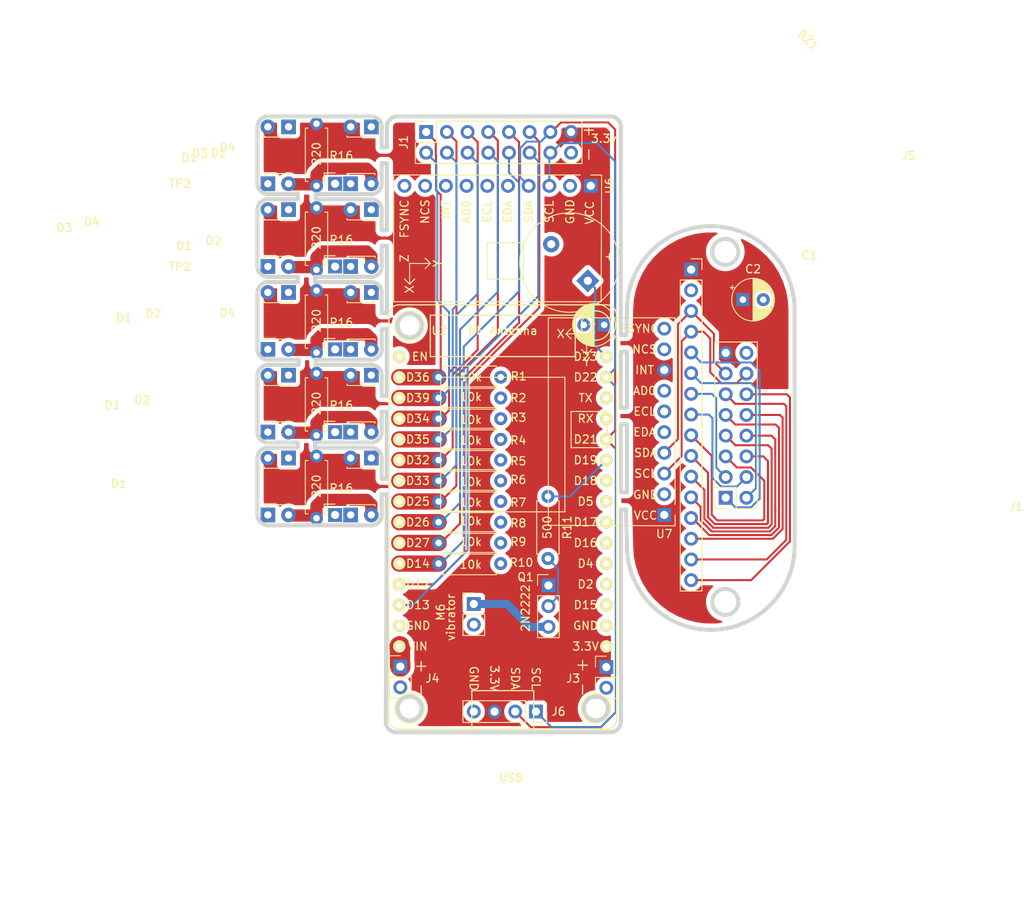
<source format=kicad_pcb>
(kicad_pcb (version 20171130) (host pcbnew 5.1.9+dfsg1-1)
  (layers (0 F.Cu signal) (31 B.Cu signal hide) (34 B.Paste user) (35 F.Paste user) (36 B.SilkS user) (37 F.SilkS user) (38 B.Mask user) (39 F.Mask user) (44 Edge.Cuts user))
  (net 0 "")
  (net 1 GND)
  (net 2 +3V3)
  (net 3 "Net-(D21-Pad4)")
  (net 4 "Net-(U2-Pad1)")
  (net 5 "Net-(Q1-Pad2)")
  (net 6 "Net-(D1-Pad2)")
  (net 7 "Net-(BZ1-Pad1)")
  (net 8 "Net-(J1-Pad11)")
  (net 9 "Net-(R11-Pad1)")
  (net 10 "Net-(U2-Pad18)")
  (net 11 "Net-(U2-Pad19)")
  (net 12 "Net-(U2-Pad20)")
  (net 13 "Net-(U2-Pad21)")
  (net 14 "Net-(U2-Pad22)")
  (net 15 "Net-(U2-Pad23)")
  (net 16 "Net-(U2-Pad24)")
  (net 17 "Net-(U2-Pad27)")
  (net 18 "Net-(U2-Pad28)")
  (net 19 vin)
  (net 20 "Net-(M6-Pad1)")
  (net 21 "Net-(U6-Pad22)")
  (net 22 "Net-(U6-Pad21)")
  (net 23 "Net-(U6-Pad12)")
  (net 24 "Net-(U6-Pad11)")
  (net 25 "Net-(U6-Pad9)")
  (net 26 "Net-(U6-Pad7)")
  (net 27 SDA)
  (net 28 SCL)
  (net 29 s10)
  (net 30 s9)
  (net 31 s1)
  (net 32 s2)
  (net 33 s3)
  (net 34 s4)
  (net 35 s5)
  (net 36 s6)
  (net 37 s7)
  (net 38 s8)
  (net 39 "Net-(U7-Pad21)")
  (net 40 "Net-(U7-Pad7)")
  (net 41 "Net-(U7-Pad9)")
  (net 42 "Net-(U7-Pad22)")
  (net 43 "Net-(U7-Pad11)")
  (module Module:MPU-9250 (layer F.Cu) (at 173.228 125.73 180)
    (fp_text reference U7 (at 0 -2.33) (layer F.SilkS))
    (fp_text value MPU-9250)
    (fp_text user VCC (at 2.286 -0.0635) (layer F.SilkS))
    (fp_text user GND (at 2.286 2.4765) (layer F.SilkS))
    (fp_text user SCL (at 2.286 5.08) (layer F.SilkS))
    (fp_text user SDA (at 2.286 7.62) (layer F.SilkS))
    (fp_text user EDA (at 2.413 10.16) (layer F.SilkS))
    (fp_text user ECL (at 2.413 12.7) (layer F.SilkS))
    (fp_text user AD0 (at 2.413 15.24) (layer F.SilkS))
    (fp_text user INT (at 2.413 17.78) (layer F.SilkS))
    (fp_text user NCS (at 2.413 20.32) (layer F.SilkS))
    (fp_text user FSYNC (at 3.048 22.86) (layer F.SilkS))
    (fp_text user X (at 12.7 22.225) (layer F.SilkS))
    (fp_text user Y (at 9.525 18.796) (layer F.SilkS))
    (fp_text user Z (at 8.89 22.86) (layer F.SilkS))
    (pad 13 thru_hole rect (at 0 0 180) (size 1.7 1.7) (drill 1) (layers *.Cu *.Mask) (net 2 +3V3))
    (pad 18 thru_hole oval (at 0 2.54 180) (size 1.7 1.7) (drill 1) (layers *.Cu *.Mask) (net 1 GND))
    (pad 23 thru_hole oval (at 0 5.08 180) (size 1.7 1.7) (drill 1) (layers *.Cu *.Mask) (net 28 SCL))
    (pad 24 thru_hole oval (at 0 7.62 180) (size 1.7 1.7) (drill 1) (layers *.Cu *.Mask) (net 27 SDA))
    (pad 21 thru_hole oval (at 0 10.16 180) (size 1.7 1.7) (drill 1) (layers *.Cu *.Mask) (net 39 "Net-(U7-Pad21)"))
    (pad 7 thru_hole oval (at 0 12.7 180) (size 1.7 1.7) (drill 1) (layers *.Cu *.Mask) (net 40 "Net-(U7-Pad7)"))
    (pad 9 thru_hole oval (at 0 15.24 180) (size 1.7 1.7) (drill 1) (layers *.Cu *.Mask) (net 41 "Net-(U7-Pad9)"))
    (pad 12 thru_hole oval (at 0 17.78 180) (size 1.7 1.7) (drill 1) (layers *.Cu *.Mask) (net 2 +3V3))
    (pad 22 thru_hole oval (at 0 20.32 180) (size 1.7 1.7) (drill 1) (layers *.Cu *.Mask) (net 42 "Net-(U7-Pad22)"))
    (pad 11 thru_hole oval (at 0 22.86 180) (size 1.7 1.7) (drill 1) (layers *.Cu *.Mask) (net 43 "Net-(U7-Pad11)"))
  )
  (module Resistor_THT:R_Axial_DIN0207_L6.3mm_D2.5mm_P7.62mm_Horizontal (layer F.Cu) (at 130.556 118.516 270)
    (fp_text reference R16 (at 3.937 -3.048 180) (layer F.SilkS))
    (fp_text value 220 (at 3.683 0 90) (layer F.SilkS))
    (pad 1 thru_hole circle (at 0 0 270) (size 1.6 1.6) (drill 0.8) (layers *.Cu *.Mask) (net 2 +3V3))
    (pad 2 thru_hole oval (at 7.62 0 270) (size 1.6 1.6) (drill 0.8) (layers *.Cu *.Mask) (net 6 "Net-(D1-Pad2)"))
  )
  (module Resistor_THT:R_Axial_DIN0207_L6.3mm_D2.5mm_P7.62mm_Horizontal (layer F.Cu) (at 130.556 108.356 270)
    (fp_text reference R16 (at 3.937 -3.048 180) (layer F.SilkS))
    (fp_text value 220 (at 3.683 0 90) (layer F.SilkS))
    (pad 1 thru_hole circle (at 0 0 270) (size 1.6 1.6) (drill 0.8) (layers *.Cu *.Mask) (net 2 +3V3))
    (pad 2 thru_hole oval (at 7.62 0 270) (size 1.6 1.6) (drill 0.8) (layers *.Cu *.Mask) (net 6 "Net-(D1-Pad2)"))
  )
  (module Resistor_THT:R_Axial_DIN0207_L6.3mm_D2.5mm_P7.62mm_Horizontal (layer F.Cu) (at 130.556 98.196 270)
    (fp_text reference R16 (at 3.937 -3.048 180) (layer F.SilkS))
    (fp_text value 220 (at 3.683 0 90) (layer F.SilkS))
    (pad 1 thru_hole circle (at 0 0 270) (size 1.6 1.6) (drill 0.8) (layers *.Cu *.Mask) (net 2 +3V3))
    (pad 2 thru_hole oval (at 7.62 0 270) (size 1.6 1.6) (drill 0.8) (layers *.Cu *.Mask) (net 6 "Net-(D1-Pad2)"))
  )
  (module Resistor_THT:R_Axial_DIN0207_L6.3mm_D2.5mm_P7.62mm_Horizontal (layer F.Cu) (at 130.556 88.036 270)
    (fp_text reference R16 (at 3.937 -3.048 180) (layer F.SilkS))
    (fp_text value 220 (at 3.683 0 90) (layer F.SilkS))
    (pad 1 thru_hole circle (at 0 0 270) (size 1.6 1.6) (drill 0.8) (layers *.Cu *.Mask) (net 2 +3V3))
    (pad 2 thru_hole oval (at 7.62 0 270) (size 1.6 1.6) (drill 0.8) (layers *.Cu *.Mask) (net 6 "Net-(D1-Pad2)"))
  )
  (module Connector_PinSocket_2.54mm:PinSocket_2x08_P2.54mm_Vertical (layer F.Cu) (at 180.7718 123.6218 180)
    (fp_text reference J1 (at -35.6362 -1.0922) (layer F.SilkS))
    (fp_text value Conn_02x08_Odd_Even)
    (pad 16 thru_hole oval (at -2.54 17.78 180) (size 1.7 1.7) (drill 1) (layers *.Cu *.Mask) (net 1 GND))
    (pad 15 thru_hole oval (at 0 17.78 180) (size 1.7 1.7) (drill 1) (layers *.Cu *.Mask) (net 2 +3V3))
    (pad 14 thru_hole oval (at -2.54 15.24 180) (size 1.7 1.7) (drill 1) (layers *.Cu *.Mask) (net 28 SCL))
    (pad 13 thru_hole oval (at 0 15.24 180) (size 1.7 1.7) (drill 1) (layers *.Cu *.Mask) (net 27 SDA))
    (pad 12 thru_hole oval (at -2.54 12.7 180) (size 1.7 1.7) (drill 1) (layers *.Cu *.Mask) (net 3 "Net-(D21-Pad4)"))
    (pad 11 thru_hole oval (at 0 12.7 180) (size 1.7 1.7) (drill 1) (layers *.Cu *.Mask) (net 8 "Net-(J1-Pad11)"))
    (pad 10 thru_hole oval (at -2.54 10.16 180) (size 1.7 1.7) (drill 1) (layers *.Cu *.Mask) (net 29 s10))
    (pad 9 thru_hole oval (at 0 10.16 180) (size 1.7 1.7) (drill 1) (layers *.Cu *.Mask) (net 30 s9))
    (pad 8 thru_hole oval (at -2.54 7.62 180) (size 1.7 1.7) (drill 1) (layers *.Cu *.Mask) (net 38 s8))
    (pad 7 thru_hole oval (at 0 7.62 180) (size 1.7 1.7) (drill 1) (layers *.Cu *.Mask) (net 37 s7))
    (pad 6 thru_hole oval (at -2.54 5.08 180) (size 1.7 1.7) (drill 1) (layers *.Cu *.Mask) (net 36 s6))
    (pad 5 thru_hole oval (at 0 5.08 180) (size 1.7 1.7) (drill 1) (layers *.Cu *.Mask) (net 35 s5))
    (pad 4 thru_hole oval (at -2.54 2.54 180) (size 1.7 1.7) (drill 1) (layers *.Cu *.Mask) (net 34 s4))
    (pad 3 thru_hole oval (at 0 2.54 180) (size 1.7 1.7) (drill 1) (layers *.Cu *.Mask) (net 33 s3))
    (pad 2 thru_hole oval (at -2.54 0 180) (size 1.7 1.7) (drill 1) (layers *.Cu *.Mask) (net 32 s2))
    (pad 1 thru_hole rect (at 0 0 180) (size 1.7 1.7) (drill 1) (layers *.Cu *.Mask) (net 31 s1))
  )
  (module Module:NodeMCU_ESP32 (layer F.Cu) (at 154.686 127.889)
    (fp_text reference U2 (at -9.017 -24.765) (layer F.SilkS))
    (fp_text value NodeMCU_ESP_32)
    (fp_text user USB (at -0.254 30.099) (layer F.SilkS))
    (fp_text user "RF Antenna" (at -1.27 -24.765) (layer F.SilkS))
    (fp_text user VIN (at -11.684 13.97) (layer F.SilkS))
    (fp_text user GND (at -11.684 11.43) (layer F.SilkS))
    (fp_text user D13 (at -11.684 8.89) (layer F.SilkS))
    (fp_text user D12 (at -11.684 6.35) (layer F.SilkS))
    (fp_text user D14 (at -11.684 3.81) (layer F.SilkS))
    (fp_text user D27 (at -11.684 1.27) (layer F.SilkS))
    (fp_text user D26 (at -11.684 -1.27) (layer F.SilkS))
    (fp_text user D25 (at -11.684 -3.81) (layer F.SilkS))
    (fp_text user D33 (at -11.684 -6.35) (layer F.SilkS))
    (fp_text user D32 (at -11.684 -8.89) (layer F.SilkS))
    (fp_text user D35 (at -11.684 -11.43) (layer F.SilkS))
    (fp_text user D34 (at -11.684 -13.97) (layer F.SilkS))
    (fp_text user D39 (at -11.684 -16.51) (layer F.SilkS))
    (fp_text user D36 (at -11.684 -19.05) (layer F.SilkS))
    (fp_text user 3.3V (at 8.89 13.97) (layer F.SilkS))
    (fp_text user GND (at 8.89 11.43) (layer F.SilkS))
    (fp_text user D15 (at 8.89 8.89) (layer F.SilkS))
    (fp_text user D2 (at 8.89 6.35) (layer F.SilkS))
    (fp_text user D4 (at 8.89 3.81) (layer F.SilkS))
    (fp_text user D16 (at 8.89 1.27) (layer F.SilkS))
    (fp_text user D17 (at 8.89 -1.27) (layer F.SilkS))
    (fp_text user D5 (at 8.89 -3.81) (layer F.SilkS))
    (fp_text user D18 (at 8.89 -6.35) (layer F.SilkS))
    (fp_text user D19 (at 8.89 -8.89) (layer F.SilkS))
    (fp_text user D21 (at 8.89 -11.43) (layer F.SilkS))
    (fp_text user RX (at 8.89 -13.97) (layer F.SilkS))
    (fp_text user TX (at 8.89 -16.51) (layer F.SilkS))
    (fp_text user D22 (at 8.89 -19.05) (layer F.SilkS))
    (fp_text user EN (at -11.43 -21.59) (layer F.SilkS))
    (fp_text user D23 (at 8.89 -21.59) (layer F.SilkS))
    (pad 2 thru_hole circle (at -13.97 -19.05) (size 1.524 1.524) (drill 0.762) (layers *.Cu *.Mask F.SilkS) (net 31 s1))
    (pad 3 thru_hole circle (at -13.97 -16.51) (size 1.524 1.524) (drill 0.762) (layers *.Cu *.Mask F.SilkS) (net 32 s2))
    (pad 4 thru_hole circle (at -13.97 -13.97) (size 1.524 1.524) (drill 0.762) (layers *.Cu *.Mask F.SilkS) (net 33 s3))
    (pad 5 thru_hole circle (at -13.97 -11.43) (size 1.524 1.524) (drill 0.762) (layers *.Cu *.Mask F.SilkS) (net 34 s4))
    (pad 6 thru_hole circle (at -13.97 -8.89) (size 1.524 1.524) (drill 0.762) (layers *.Cu *.Mask F.SilkS) (net 35 s5))
    (pad 7 thru_hole circle (at -13.97 -6.35) (size 1.524 1.524) (drill 0.762) (layers *.Cu *.Mask F.SilkS) (net 36 s6))
    (pad 8 thru_hole circle (at -13.97 -3.81) (size 1.524 1.524) (drill 0.762) (layers *.Cu *.Mask F.SilkS) (net 37 s7))
    (pad 9 thru_hole circle (at -13.97 -1.27) (size 1.524 1.524) (drill 0.762) (layers *.Cu *.Mask F.SilkS) (net 38 s8))
    (pad 10 thru_hole circle (at -13.97 1.27) (size 1.524 1.524) (drill 0.762) (layers *.Cu *.Mask F.SilkS) (net 30 s9))
    (pad 11 thru_hole circle (at -13.97 3.81) (size 1.524 1.524) (drill 0.762) (layers *.Cu *.Mask F.SilkS) (net 29 s10))
    (pad 12 thru_hole circle (at -13.97 6.35) (size 1.524 1.524) (drill 0.762) (layers *.Cu *.Mask F.SilkS) (net 8 "Net-(J1-Pad11)"))
    (pad 13 thru_hole circle (at -13.97 8.89) (size 1.524 1.524) (drill 0.762) (layers *.Cu *.Mask F.SilkS) (net 3 "Net-(D21-Pad4)"))
    (pad 14 thru_hole circle (at -13.97 11.43) (size 1.524 1.524) (drill 0.762) (layers *.Cu *.Mask F.SilkS) (net 1 GND))
    (pad 15 thru_hole circle (at -13.97 13.97) (size 1.524 1.524) (drill 0.762) (layers *.Cu *.Mask F.SilkS) (net 19 vin))
    (pad 16 thru_hole circle (at 11.43 13.97) (size 1.524 1.524) (drill 0.762) (layers *.Cu *.Mask F.SilkS) (net 2 +3V3))
    (pad 17 thru_hole circle (at 11.43 11.43) (size 1.524 1.524) (drill 0.762) (layers *.Cu *.Mask F.SilkS) (net 1 GND))
    (pad 18 thru_hole circle (at 11.43 8.89) (size 1.524 1.524) (drill 0.762) (layers *.Cu *.Mask F.SilkS) (net 10 "Net-(U2-Pad18)"))
    (pad 19 thru_hole circle (at 11.43 6.35) (size 1.524 1.524) (drill 0.762) (layers *.Cu *.Mask F.SilkS) (net 11 "Net-(U2-Pad19)"))
    (pad 20 thru_hole circle (at 11.43 3.81) (size 1.524 1.524) (drill 0.762) (layers *.Cu *.Mask F.SilkS) (net 12 "Net-(U2-Pad20)"))
    (pad 21 thru_hole circle (at 11.43 1.27) (size 1.524 1.524) (drill 0.762) (layers *.Cu *.Mask F.SilkS) (net 13 "Net-(U2-Pad21)"))
    (pad 22 thru_hole circle (at 11.43 -1.27) (size 1.524 1.524) (drill 0.762) (layers *.Cu *.Mask F.SilkS) (net 14 "Net-(U2-Pad22)"))
    (pad 23 thru_hole circle (at 11.43 -3.81) (size 1.524 1.524) (drill 0.762) (layers *.Cu *.Mask F.SilkS) (net 15 "Net-(U2-Pad23)"))
    (pad 24 thru_hole circle (at 11.43 -6.35) (size 1.524 1.524) (drill 0.762) (layers *.Cu *.Mask F.SilkS) (net 16 "Net-(U2-Pad24)"))
    (pad 25 thru_hole circle (at 11.43 -8.89) (size 1.524 1.524) (drill 0.762) (layers *.Cu *.Mask F.SilkS) (net 9 "Net-(R11-Pad1)"))
    (pad 26 thru_hole circle (at 11.43 -11.43) (size 1.524 1.524) (drill 0.762) (layers *.Cu *.Mask F.SilkS) (net 27 SDA))
    (pad 27 thru_hole circle (at 11.43 -13.97) (size 1.524 1.524) (drill 0.762) (layers *.Cu *.Mask F.SilkS) (net 17 "Net-(U2-Pad27)"))
    (pad 28 thru_hole circle (at 11.43 -16.51) (size 1.524 1.524) (drill 0.762) (layers *.Cu *.Mask F.SilkS) (net 18 "Net-(U2-Pad28)"))
    (pad 29 thru_hole circle (at 11.43 -19.05) (size 1.524 1.524) (drill 0.762) (layers *.Cu *.Mask F.SilkS) (net 28 SCL))
    (pad 1 thru_hole circle (at -13.97 -21.59) (size 1.524 1.524) (drill 0.762) (layers *.Cu *.Mask F.SilkS) (net 4 "Net-(U2-Pad1)"))
    (pad 30 thru_hole circle (at 11.43 -21.59) (size 1.524 1.524) (drill 0.762) (layers *.Cu *.Mask F.SilkS) (net 7 "Net-(BZ1-Pad1)"))
  )
  (module Connector_PinHeader_2.54mm:PinHeader_1x01_P2.54mm_Vertical (layer F.Cu) (at 132.842 95.25)
    (fp_text reference TP2 (at -19.05 0) (layer F.SilkS))
    (fp_text value " ")
    (pad 1 thru_hole rect (at 0 0) (size 1.7 1.7) (drill 1) (layers *.Cu *.Mask) (net 1 GND))
  )
  (module LED_THT:LED_D1.8mm_W3.3mm_H2.4mm (layer F.Cu) (at 134.747 95.25)
    (fp_text reference D3 (at -35.125 -4.736) (layer F.SilkS))
    (fp_text value Emisor)
    (pad 2 thru_hole circle (at 2.54 0) (size 1.8 1.8) (drill 0.9) (layers *.Cu *.Mask) (net 6 "Net-(D1-Pad2)"))
    (pad 1 thru_hole rect (at 0 0) (size 1.8 1.8) (drill 0.9) (layers *.Cu *.Mask) (net 1 GND))
  )
  (module LED_THT:LED_D1.8mm_W3.3mm_H2.4mm (layer F.Cu) (at 124.587 95.25)
    (fp_text reference D1 (at -10.287 -2.54) (layer F.SilkS))
    (fp_text value Emisor)
    (pad 1 thru_hole rect (at 0 0) (size 1.8 1.8) (drill 0.9) (layers *.Cu *.Mask) (net 1 GND))
    (pad 2 thru_hole circle (at 2.54 0) (size 1.8 1.8) (drill 0.9) (layers *.Cu *.Mask) (net 6 "Net-(D1-Pad2)"))
  )
  (module Connector_PinHeader_2.54mm:PinHeader_1x01_P2.54mm_Vertical (layer F.Cu) (at 132.842 105.41)
    (fp_text reference TP2 hide)
    (fp_text value " ")
    (pad 1 thru_hole rect (at 0 0) (size 1.7 1.7) (drill 1) (layers *.Cu *.Mask) (net 1 GND))
  )
  (module LED_THT:LED_D1.8mm_W3.3mm_H2.4mm (layer F.Cu) (at 134.747 105.41)
    (fp_text reference D3 hide)
    (fp_text value Emisor)
    (pad 1 thru_hole rect (at 0 0) (size 1.8 1.8) (drill 0.9) (layers *.Cu *.Mask) (net 1 GND))
    (pad 2 thru_hole circle (at 2.54 0) (size 1.8 1.8) (drill 0.9) (layers *.Cu *.Mask) (net 6 "Net-(D1-Pad2)"))
  )
  (module LED_THT:LED_D1.8mm_W3.3mm_H2.4mm (layer F.Cu) (at 124.587 105.41)
    (fp_text reference D1 (at -17.653 -3.81) (layer F.SilkS))
    (fp_text value Emisor)
    (pad 2 thru_hole circle (at 2.54 0) (size 1.8 1.8) (drill 0.9) (layers *.Cu *.Mask) (net 6 "Net-(D1-Pad2)"))
    (pad 1 thru_hole rect (at 0 0) (size 1.8 1.8) (drill 0.9) (layers *.Cu *.Mask) (net 1 GND))
  )
  (module LED_THT:LED_D1.8mm_W3.3mm_H2.4mm (layer F.Cu) (at 127.127 88.265 180)
    (fp_text reference D2 (at 9.202 -3.835) (layer F.SilkS))
    (fp_text value Receptor)
    (pad 2 thru_hole circle (at 2.54 0 180) (size 1.8 1.8) (drill 0.9) (layers *.Cu *.Mask) (net 2 +3V3))
    (pad 1 thru_hole rect (at 0 0 180) (size 1.8 1.8) (drill 0.9) (layers *.Cu *.Mask) (net 29 s10))
  )
  (module LED_THT:LED_D1.8mm_W3.3mm_H2.4mm (layer F.Cu) (at 137.287 88.265 180)
    (fp_text reference D4 (at 34.29 -1.524) (layer F.SilkS))
    (fp_text value Receptor)
    (pad 1 thru_hole rect (at 0 0 180) (size 1.8 1.8) (drill 0.9) (layers *.Cu *.Mask) (net 30 s9))
    (pad 2 thru_hole circle (at 2.54 0 180) (size 1.8 1.8) (drill 0.9) (layers *.Cu *.Mask) (net 2 +3V3))
  )
  (module LED_THT:LED_D1.8mm_W3.3mm_H2.4mm (layer F.Cu) (at 127.127 98.425 180)
    (fp_text reference D2 (at 16.568 -2.565) (layer F.SilkS))
    (fp_text value Receptor)
    (pad 1 thru_hole rect (at 0 0 180) (size 1.8 1.8) (drill 0.9) (layers *.Cu *.Mask) (net 29 s10))
    (pad 2 thru_hole circle (at 2.54 0 180) (size 1.8 1.8) (drill 0.9) (layers *.Cu *.Mask) (net 2 +3V3))
  )
  (module LED_THT:LED_D1.8mm_W3.3mm_H2.4mm (layer F.Cu) (at 137.287 98.425 180)
    (fp_text reference D4 (at 17.653 -2.54) (layer F.SilkS))
    (fp_text value Receptor)
    (pad 2 thru_hole circle (at 2.54 0 180) (size 1.8 1.8) (drill 0.9) (layers *.Cu *.Mask) (net 2 +3V3))
    (pad 1 thru_hole rect (at 0 0 180) (size 1.8 1.8) (drill 0.9) (layers *.Cu *.Mask) (net 30 s9))
  )
  (module LED_THT:LED_D1.8mm_W3.3mm_H2.4mm (layer F.Cu) (at 137.287 108.585 180)
    (fp_text reference D4 hide)
    (fp_text value Receptor)
    (pad 2 thru_hole circle (at 2.54 0 180) (size 1.8 1.8) (drill 0.9) (layers *.Cu *.Mask) (net 2 +3V3))
    (pad 1 thru_hole rect (at 0 0 180) (size 1.8 1.8) (drill 0.9) (layers *.Cu *.Mask) (net 30 s9))
  )
  (module LED_THT:LED_D1.8mm_W3.3mm_H2.4mm (layer F.Cu) (at 127.127 108.585 180)
    (fp_text reference D2 (at 17.965 -3.073) (layer F.SilkS))
    (fp_text value Receptor)
    (pad 1 thru_hole rect (at 0 0 180) (size 1.8 1.8) (drill 0.9) (layers *.Cu *.Mask) (net 29 s10))
    (pad 2 thru_hole circle (at 2.54 0 180) (size 1.8 1.8) (drill 0.9) (layers *.Cu *.Mask) (net 2 +3V3))
  )
  (module Connector_PinHeader_2.54mm:PinHeader_1x01_P2.54mm_Vertical (layer F.Cu) (at 132.842 125.73)
    (fp_text reference TP2 hide)
    (fp_text value " ")
    (pad 1 thru_hole rect (at 0 0) (size 1.7 1.7) (drill 1) (layers *.Cu *.Mask) (net 1 GND))
  )
  (module LED_THT:LED_D1.8mm_W3.3mm_H2.4mm (layer F.Cu) (at 134.747 125.73)
    (fp_text reference D3 hide)
    (fp_text value Emisor)
    (pad 2 thru_hole circle (at 2.54 0) (size 1.8 1.8) (drill 0.9) (layers *.Cu *.Mask) (net 6 "Net-(D1-Pad2)"))
    (pad 1 thru_hole rect (at 0 0) (size 1.8 1.8) (drill 0.9) (layers *.Cu *.Mask) (net 1 GND))
  )
  (module LED_THT:LED_D1.8mm_W3.3mm_H2.4mm (layer F.Cu) (at 124.587 125.73)
    (fp_text reference D1 (at -18.288 -3.81) (layer F.SilkS))
    (fp_text value Emisor)
    (pad 1 thru_hole rect (at 0 0) (size 1.8 1.8) (drill 0.9) (layers *.Cu *.Mask) (net 1 GND))
    (pad 2 thru_hole circle (at 2.54 0) (size 1.8 1.8) (drill 0.9) (layers *.Cu *.Mask) (net 6 "Net-(D1-Pad2)"))
  )
  (module LED_THT:LED_D1.8mm_W3.3mm_H2.4mm (layer F.Cu) (at 127.127 118.745 180)
    (fp_text reference D2 hide)
    (fp_text value Receptor)
    (pad 2 thru_hole circle (at 2.54 0 180) (size 1.8 1.8) (drill 0.9) (layers *.Cu *.Mask) (net 2 +3V3))
    (pad 1 thru_hole rect (at 0 0 180) (size 1.8 1.8) (drill 0.9) (layers *.Cu *.Mask) (net 29 s10))
  )
  (module LED_THT:LED_D1.8mm_W3.3mm_H2.4mm (layer F.Cu) (at 137.287 118.745 180)
    (fp_text reference D4 hide)
    (fp_text value Receptor)
    (pad 1 thru_hole rect (at 0 0 180) (size 1.8 1.8) (drill 0.9) (layers *.Cu *.Mask) (net 30 s9))
    (pad 2 thru_hole circle (at 2.54 0 180) (size 1.8 1.8) (drill 0.9) (layers *.Cu *.Mask) (net 2 +3V3))
  )
  (module LED_THT:LED_D1.8mm_W3.3mm_H2.4mm (layer F.Cu) (at 134.747 115.57)
    (fp_text reference D3 hide)
    (fp_text value Emisor)
    (pad 1 thru_hole rect (at 0 0) (size 1.8 1.8) (drill 0.9) (layers *.Cu *.Mask) (net 1 GND))
    (pad 2 thru_hole circle (at 2.54 0) (size 1.8 1.8) (drill 0.9) (layers *.Cu *.Mask) (net 6 "Net-(D1-Pad2)"))
  )
  (module Connector_PinHeader_2.54mm:PinHeader_1x01_P2.54mm_Vertical (layer F.Cu) (at 132.842 115.57)
    (fp_text reference TP2 hide)
    (fp_text value " ")
    (pad 1 thru_hole rect (at 0 0) (size 1.7 1.7) (drill 1) (layers *.Cu *.Mask) (net 1 GND))
  )
  (module LED_THT:LED_D1.8mm_W3.3mm_H2.4mm (layer F.Cu) (at 124.587 115.57)
    (fp_text reference D1 (at -19.05 -3.302) (layer F.SilkS))
    (fp_text value Emisor)
    (pad 2 thru_hole circle (at 2.54 0) (size 1.8 1.8) (drill 0.9) (layers *.Cu *.Mask) (net 6 "Net-(D1-Pad2)"))
    (pad 1 thru_hole rect (at 0 0) (size 1.8 1.8) (drill 0.9) (layers *.Cu *.Mask) (net 1 GND))
  )
  (module LED_THT:LED_D1.8mm_W3.3mm_H2.4mm (layer F.Cu) (at 127.127 78.105 180)
    (fp_text reference D2 (at 8.567 -3.2) (layer F.SilkS))
    (fp_text value Receptor)
    (pad 1 thru_hole rect (at 0 0 180) (size 1.8 1.8) (drill 0.9) (layers *.Cu *.Mask) (net 29 s10))
    (pad 2 thru_hole circle (at 2.54 0 180) (size 1.8 1.8) (drill 0.9) (layers *.Cu *.Mask) (net 2 +3V3))
  )
  (module LED_THT:LED_D1.8mm_W3.3mm_H2.4mm (layer F.Cu) (at 124.587 85.09)
    (fp_text reference D1 (at -9.652 -3.175) (layer F.SilkS))
    (fp_text value Emisor)
    (pad 2 thru_hole circle (at 2.54 0) (size 1.8 1.8) (drill 0.9) (layers *.Cu *.Mask) (net 6 "Net-(D1-Pad2)"))
    (pad 1 thru_hole rect (at 0 0) (size 1.8 1.8) (drill 0.9) (layers *.Cu *.Mask) (net 1 GND))
  )
  (module LED_THT:LED_D1.8mm_W3.3mm_H2.4mm (layer F.Cu) (at 134.747 85.09)
    (fp_text reference D3 (at -18.488 -3.72) (layer F.SilkS))
    (fp_text value Emisor)
    (pad 1 thru_hole rect (at 0 0) (size 1.8 1.8) (drill 0.9) (layers *.Cu *.Mask) (net 1 GND))
    (pad 2 thru_hole circle (at 2.54 0) (size 1.8 1.8) (drill 0.9) (layers *.Cu *.Mask) (net 6 "Net-(D1-Pad2)"))
  )
  (module LED_THT:LED_D1.8mm_W3.3mm_H2.4mm (layer F.Cu) (at 137.287 78.105 180)
    (fp_text reference D4 (at 17.653 -2.54) (layer F.SilkS))
    (fp_text value Receptor)
    (pad 2 thru_hole circle (at 2.54 0 180) (size 1.8 1.8) (drill 0.9) (layers *.Cu *.Mask) (net 2 +3V3))
    (pad 1 thru_hole rect (at 0 0 180) (size 1.8 1.8) (drill 0.9) (layers *.Cu *.Mask) (net 30 s9))
  )
  (module Connector_PinHeader_2.54mm:PinHeader_1x01_P2.54mm_Vertical (layer F.Cu) (at 132.842 85.09)
    (fp_text reference TP2 (at -19.05 0) (layer F.SilkS))
    (fp_text value " ")
    (pad 1 thru_hole rect (at 0 0) (size 1.7 1.7) (drill 1) (layers *.Cu *.Mask) (net 1 GND))
  )
  (module Connector_PinHeader_2.54mm:PinHeader_1x02_P2.54mm_Vertical (layer F.Cu) (at 166.116 144.399)
    (fp_text reference J3 (at -4.064 1.397) (layer F.SilkS))
    (fp_text value Conn_01x02)
    (pad 1 thru_hole rect (at 0 0) (size 1.7 1.7) (drill 1) (layers *.Cu *.Mask) (net 2 +3V3))
    (pad 2 thru_hole oval (at 0 2.54) (size 1.7 1.7) (drill 1) (layers *.Cu *.Mask) (net 1 GND))
  )
  (module Connector_PinHeader_2.54mm:PinHeader_1x02_P2.54mm_Vertical (layer F.Cu) (at 140.843 144.3355)
    (fp_text reference J4 (at 3.937 1.4605) (layer F.SilkS))
    (fp_text value Conn_01x02)
    (pad 2 thru_hole oval (at 0 2.54) (size 1.7 1.7) (drill 1) (layers *.Cu *.Mask) (net 1 GND))
    (pad 1 thru_hole rect (at 0 0) (size 1.7 1.7) (drill 1) (layers *.Cu *.Mask) (net 19 vin))
  )
  (module Buzzer_Beeper:Buzzer_12x9.5RM7.6 (layer F.Cu) (at 164.298741 97.445941 135)
    (fp_text reference BZ1 (at 2.413 40.005 135) (layer F.SilkS))
    (fp_text value Buzzer)
    (fp_text user + (at 0.896387 4.005194 180) (layer F.SilkS))
    (pad 1 thru_hole rect (at 0.635 0 135) (size 2 2) (drill 1) (layers *.Cu *.Mask) (net 7 "Net-(BZ1-Pad1)"))
    (pad 2 thru_hole circle (at 6.985 0 135) (size 2 2) (drill 1) (layers *.Cu *.Mask) (net 1 GND))
  )
  (module Capacitor_THT:CP_Radial_D5.0mm_P2.50mm (layer F.Cu) (at 165.862 102.4128 180)
    (fp_text reference C1 (at -25.1968 8.5344) (layer F.SilkS))
    (fp_text value CP)
    (pad 1 thru_hole rect (at 0 0 180) (size 1.6 1.6) (drill 0.8) (layers *.Cu *.Mask) (net 2 +3V3))
    (pad 2 thru_hole circle (at 2.5 0 180) (size 1.6 1.6) (drill 0.8) (layers *.Cu *.Mask) (net 1 GND))
  )
  (module Connector_PinSocket_2.54mm:PinSocket_2x08_P2.54mm_Vertical (layer F.Cu) (at 144.018 78.74 90)
    (fp_text reference J1 (at -1.27 -2.77 90) (layer F.SilkS))
    (fp_text value Conn_02x08_Odd_Even)
    (pad 1 thru_hole rect (at 0 0 90) (size 1.7 1.7) (drill 1) (layers *.Cu *.Mask) (net 31 s1))
    (pad 2 thru_hole oval (at -2.54 0 90) (size 1.7 1.7) (drill 1) (layers *.Cu *.Mask) (net 32 s2))
    (pad 3 thru_hole oval (at 0 2.54 90) (size 1.7 1.7) (drill 1) (layers *.Cu *.Mask) (net 33 s3))
    (pad 4 thru_hole oval (at -2.54 2.54 90) (size 1.7 1.7) (drill 1) (layers *.Cu *.Mask) (net 34 s4))
    (pad 5 thru_hole oval (at 0 5.08 90) (size 1.7 1.7) (drill 1) (layers *.Cu *.Mask) (net 35 s5))
    (pad 6 thru_hole oval (at -2.54 5.08 90) (size 1.7 1.7) (drill 1) (layers *.Cu *.Mask) (net 36 s6))
    (pad 7 thru_hole oval (at 0 7.62 90) (size 1.7 1.7) (drill 1) (layers *.Cu *.Mask) (net 37 s7))
    (pad 8 thru_hole oval (at -2.54 7.62 90) (size 1.7 1.7) (drill 1) (layers *.Cu *.Mask) (net 38 s8))
    (pad 9 thru_hole oval (at 0 10.16 90) (size 1.7 1.7) (drill 1) (layers *.Cu *.Mask) (net 30 s9))
    (pad 10 thru_hole oval (at -2.54 10.16 90) (size 1.7 1.7) (drill 1) (layers *.Cu *.Mask) (net 29 s10))
    (pad 11 thru_hole oval (at 0 12.7 90) (size 1.7 1.7) (drill 1) (layers *.Cu *.Mask) (net 8 "Net-(J1-Pad11)"))
    (pad 12 thru_hole oval (at -2.54 12.7 90) (size 1.7 1.7) (drill 1) (layers *.Cu *.Mask) (net 3 "Net-(D21-Pad4)"))
    (pad 13 thru_hole oval (at 0 15.24 90) (size 1.7 1.7) (drill 1) (layers *.Cu *.Mask) (net 27 SDA))
    (pad 14 thru_hole oval (at -2.54 15.24 90) (size 1.7 1.7) (drill 1) (layers *.Cu *.Mask) (net 28 SCL))
    (pad 15 thru_hole oval (at 0 17.78 90) (size 1.7 1.7) (drill 1) (layers *.Cu *.Mask) (net 2 +3V3))
    (pad 16 thru_hole oval (at -2.54 17.78 90) (size 1.7 1.7) (drill 1) (layers *.Cu *.Mask) (net 1 GND))
  )
  (module Module:MPU-9250 (layer F.Cu) (at 164.211 85.344 270)
    (fp_text reference U6 (at 0 -2.33 90) (layer F.SilkS))
    (fp_text value MPU-9250)
    (fp_text user VCC (at 3.302 0.127 90) (layer F.SilkS))
    (fp_text user GND (at 3.175 2.54 90) (layer F.SilkS))
    (fp_text user SCL (at 3.175 5.08 90) (layer F.SilkS))
    (fp_text user SDA (at 3.175 7.62 90) (layer F.SilkS))
    (fp_text user EDA (at 3.175 10.16 90) (layer F.SilkS))
    (fp_text user ECL (at 3.175 12.7 90) (layer F.SilkS))
    (fp_text user AD0 (at 3.175 15.24 90) (layer F.SilkS))
    (fp_text user INT (at 2.921 17.78 90) (layer F.SilkS))
    (fp_text user NCS (at 3.175 20.32 90) (layer F.SilkS))
    (fp_text user FSYNC (at 4.064 22.86 90) (layer F.SilkS))
    (fp_text user X (at 12.7 22.225 90) (layer F.SilkS))
    (fp_text user Y (at 9.525 18.796 90) (layer F.SilkS))
    (fp_text user Z (at 8.89 22.86 90) (layer F.SilkS))
    (pad 13 thru_hole rect (at 0 0 270) (size 1.7 1.7) (drill 1) (layers *.Cu *.Mask) (net 2 +3V3))
    (pad 18 thru_hole oval (at 0 2.54 270) (size 1.7 1.7) (drill 1) (layers *.Cu *.Mask) (net 1 GND))
    (pad 23 thru_hole oval (at 0 5.08 270) (size 1.7 1.7) (drill 1) (layers *.Cu *.Mask) (net 28 SCL))
    (pad 24 thru_hole oval (at 0 7.62 270) (size 1.7 1.7) (drill 1) (layers *.Cu *.Mask) (net 27 SDA))
    (pad 21 thru_hole oval (at 0 10.16 270) (size 1.7 1.7) (drill 1) (layers *.Cu *.Mask) (net 22 "Net-(U6-Pad21)"))
    (pad 7 thru_hole oval (at 0 12.7 270) (size 1.7 1.7) (drill 1) (layers *.Cu *.Mask) (net 26 "Net-(U6-Pad7)"))
    (pad 9 thru_hole oval (at 0 15.24 270) (size 1.7 1.7) (drill 1) (layers *.Cu *.Mask) (net 25 "Net-(U6-Pad9)"))
    (pad 12 thru_hole oval (at 0 17.78 270) (size 1.7 1.7) (drill 1) (layers *.Cu *.Mask) (net 23 "Net-(U6-Pad12)"))
    (pad 22 thru_hole oval (at 0 20.32 270) (size 1.7 1.7) (drill 1) (layers *.Cu *.Mask) (net 21 "Net-(U6-Pad22)"))
    (pad 11 thru_hole oval (at 0 22.86 270) (size 1.7 1.7) (drill 1) (layers *.Cu *.Mask) (net 24 "Net-(U6-Pad11)"))
  )
  (module Connector_PinSocket_2.54mm:PinSocket_1x16_P2.54mm_Vertical (layer F.Cu) (at 176.53 95.631)
    (fp_text reference J5 (at 26.67 -13.97) (layer F.SilkS))
    (fp_text value Conn_01x16_Male)
    (pad 1 thru_hole rect (at 0 0) (size 1.7 1.7) (drill 1) (layers *.Cu *.Mask) (net 2 +3V3))
    (pad 2 thru_hole oval (at 0 2.54) (size 1.7 1.7) (drill 1) (layers *.Cu *.Mask) (net 1 GND))
    (pad 3 thru_hole oval (at 0 5.08) (size 1.7 1.7) (drill 1) (layers *.Cu *.Mask) (net 27 SDA))
    (pad 4 thru_hole oval (at 0 7.62) (size 1.7 1.7) (drill 1) (layers *.Cu *.Mask) (net 28 SCL))
    (pad 5 thru_hole oval (at 0 10.16) (size 1.7 1.7) (drill 1) (layers *.Cu *.Mask) (net 31 s1))
    (pad 6 thru_hole oval (at 0 12.7) (size 1.7 1.7) (drill 1) (layers *.Cu *.Mask) (net 32 s2))
    (pad 7 thru_hole oval (at 0 15.24) (size 1.7 1.7) (drill 1) (layers *.Cu *.Mask) (net 33 s3))
    (pad 8 thru_hole oval (at 0 17.78) (size 1.7 1.7) (drill 1) (layers *.Cu *.Mask) (net 34 s4))
    (pad 9 thru_hole oval (at 0 20.32) (size 1.7 1.7) (drill 1) (layers *.Cu *.Mask) (net 35 s5))
    (pad 10 thru_hole oval (at 0 22.86) (size 1.7 1.7) (drill 1) (layers *.Cu *.Mask) (net 36 s6))
    (pad 11 thru_hole oval (at 0 25.4) (size 1.7 1.7) (drill 1) (layers *.Cu *.Mask) (net 37 s7))
    (pad 12 thru_hole oval (at 0 27.94) (size 1.7 1.7) (drill 1) (layers *.Cu *.Mask) (net 38 s8))
    (pad 13 thru_hole oval (at 0 30.48) (size 1.7 1.7) (drill 1) (layers *.Cu *.Mask) (net 30 s9))
    (pad 14 thru_hole oval (at 0 33.02) (size 1.7 1.7) (drill 1) (layers *.Cu *.Mask) (net 29 s10))
    (pad 15 thru_hole oval (at 0 35.56) (size 1.7 1.7) (drill 1) (layers *.Cu *.Mask) (net 8 "Net-(J1-Pad11)"))
    (pad 16 thru_hole oval (at 0 38.1) (size 1.7 1.7) (drill 1) (layers *.Cu *.Mask) (net 3 "Net-(D21-Pad4)"))
  )
  (module Resistor_THT:R_Axial_DIN0207_L6.3mm_D2.5mm_P7.62mm_Horizontal (layer F.Cu) (at 153.162 108.8263 180)
    (fp_text reference R1 (at -2.1971 0.1143) (layer F.SilkS))
    (fp_text value 10k (at 3.6449 -0.0127) (layer F.SilkS))
    (pad 2 thru_hole oval (at 7.62 0 180) (size 1.6 1.6) (drill 0.8) (layers *.Cu *.Mask) (net 31 s1))
    (pad 1 thru_hole circle (at 0 0 180) (size 1.6 1.6) (drill 0.8) (layers *.Cu *.Mask) (net 1 GND))
  )
  (module Resistor_THT:R_Axial_DIN0207_L6.3mm_D2.5mm_P7.62mm_Horizontal (layer F.Cu) (at 145.542 111.379)
    (fp_text reference R2 (at 9.779 0) (layer F.SilkS))
    (fp_text value 10k (at 3.937 -0.127) (layer F.SilkS))
    (pad 1 thru_hole circle (at 0 0) (size 1.6 1.6) (drill 0.8) (layers *.Cu *.Mask) (net 32 s2))
    (pad 2 thru_hole oval (at 7.62 0) (size 1.6 1.6) (drill 0.8) (layers *.Cu *.Mask) (net 1 GND))
  )
  (module Resistor_THT:R_Axial_DIN0207_L6.3mm_D2.5mm_P7.62mm_Horizontal (layer F.Cu) (at 145.542 113.919)
    (fp_text reference R3 (at 9.779 -0.127) (layer F.SilkS))
    (fp_text value 10k (at 3.937 0.127) (layer F.SilkS))
    (pad 2 thru_hole oval (at 7.62 0) (size 1.6 1.6) (drill 0.8) (layers *.Cu *.Mask) (net 1 GND))
    (pad 1 thru_hole circle (at 0 0) (size 1.6 1.6) (drill 0.8) (layers *.Cu *.Mask) (net 33 s3))
  )
  (module Resistor_THT:R_Axial_DIN0207_L6.3mm_D2.5mm_P7.62mm_Horizontal (layer F.Cu) (at 145.542 116.459)
    (fp_text reference R4 (at 9.779 0.127) (layer F.SilkS))
    (fp_text value 10k (at 3.937 0.127) (layer F.SilkS))
    (pad 1 thru_hole circle (at 0 0) (size 1.6 1.6) (drill 0.8) (layers *.Cu *.Mask) (net 34 s4))
    (pad 2 thru_hole oval (at 7.62 0) (size 1.6 1.6) (drill 0.8) (layers *.Cu *.Mask) (net 1 GND))
  )
  (module Resistor_THT:R_Axial_DIN0207_L6.3mm_D2.5mm_P7.62mm_Horizontal (layer F.Cu) (at 145.542 118.999)
    (fp_text reference R5 (at 9.779 0.127) (layer F.SilkS))
    (fp_text value 10k (at 3.937 0.127) (layer F.SilkS))
    (pad 1 thru_hole circle (at 0 0) (size 1.6 1.6) (drill 0.8) (layers *.Cu *.Mask) (net 35 s5))
    (pad 2 thru_hole oval (at 7.62 0) (size 1.6 1.6) (drill 0.8) (layers *.Cu *.Mask) (net 1 GND))
  )
  (module Resistor_THT:R_Axial_DIN0207_L6.3mm_D2.5mm_P7.62mm_Horizontal (layer F.Cu) (at 145.542 121.539)
    (fp_text reference R6 (at 9.779 -0.127) (layer F.SilkS))
    (fp_text value 10k (at 3.937 0.127) (layer F.SilkS))
    (pad 2 thru_hole oval (at 7.62 0) (size 1.6 1.6) (drill 0.8) (layers *.Cu *.Mask) (net 1 GND))
    (pad 1 thru_hole circle (at 0 0) (size 1.6 1.6) (drill 0.8) (layers *.Cu *.Mask) (net 36 s6))
  )
  (module Resistor_THT:R_Axial_DIN0207_L6.3mm_D2.5mm_P7.62mm_Horizontal (layer F.Cu) (at 145.542 124.079)
    (fp_text reference R7 (at 9.779 0.127) (layer F.SilkS))
    (fp_text value 10k (at 3.937 0.127) (layer F.SilkS))
    (pad 1 thru_hole circle (at 0 0) (size 1.6 1.6) (drill 0.8) (layers *.Cu *.Mask) (net 37 s7))
    (pad 2 thru_hole oval (at 7.62 0) (size 1.6 1.6) (drill 0.8) (layers *.Cu *.Mask) (net 1 GND))
  )
  (module Resistor_THT:R_Axial_DIN0207_L6.3mm_D2.5mm_P7.62mm_Horizontal (layer F.Cu) (at 145.542 126.619)
    (fp_text reference R8 (at 9.779 0.127) (layer F.SilkS))
    (fp_text value 10k (at 3.937 -0.127) (layer F.SilkS))
    (pad 2 thru_hole oval (at 7.62 0) (size 1.6 1.6) (drill 0.8) (layers *.Cu *.Mask) (net 1 GND))
    (pad 1 thru_hole circle (at 0 0) (size 1.6 1.6) (drill 0.8) (layers *.Cu *.Mask) (net 38 s8))
  )
  (module Resistor_THT:R_Axial_DIN0207_L6.3mm_D2.5mm_P7.62mm_Horizontal (layer F.Cu) (at 145.542 129.159)
    (fp_text reference R9 (at 9.779 -0.127) (layer F.SilkS))
    (fp_text value 10k (at 3.937 -0.127) (layer F.SilkS))
    (pad 1 thru_hole circle (at 0 0) (size 1.6 1.6) (drill 0.8) (layers *.Cu *.Mask) (net 30 s9))
    (pad 2 thru_hole oval (at 7.62 0) (size 1.6 1.6) (drill 0.8) (layers *.Cu *.Mask) (net 1 GND))
  )
  (module Resistor_THT:R_Axial_DIN0207_L6.3mm_D2.5mm_P7.62mm_Horizontal (layer F.Cu) (at 145.542 131.699)
    (fp_text reference R10 (at 10.16 -0.127) (layer F.SilkS))
    (fp_text value 10k (at 3.937 0.127) (layer F.SilkS))
    (pad 2 thru_hole oval (at 7.62 0) (size 1.6 1.6) (drill 0.8) (layers *.Cu *.Mask) (net 1 GND))
    (pad 1 thru_hole circle (at 0 0) (size 1.6 1.6) (drill 0.8) (layers *.Cu *.Mask) (net 29 s10))
  )
  (module Resistor_THT:R_Axial_DIN0207_L6.3mm_D2.5mm_P7.62mm_Horizontal (layer F.Cu) (at 158.9532 123.4567 270)
    (fp_text reference R11 (at 3.81 -2.37 90) (layer F.SilkS))
    (fp_text value 500 (at 3.7973 0.0762 90) (layer F.SilkS))
    (pad 1 thru_hole circle (at 0 0 270) (size 1.6 1.6) (drill 0.8) (layers *.Cu *.Mask) (net 9 "Net-(R11-Pad1)"))
    (pad 2 thru_hole oval (at 7.62 0 270) (size 1.6 1.6) (drill 0.8) (layers *.Cu *.Mask) (net 5 "Net-(Q1-Pad2)"))
  )
  (module Resistor_THT:R_Axial_DIN0207_L6.3mm_D2.5mm_P7.62mm_Horizontal (layer F.Cu) (at 130.556 77.724 270)
    (fp_text reference R16 (at 3.937 -3.048 180) (layer F.SilkS))
    (fp_text value 220 (at 3.683 0 90) (layer F.SilkS))
    (pad 2 thru_hole oval (at 7.62 0 270) (size 1.6 1.6) (drill 0.8) (layers *.Cu *.Mask) (net 6 "Net-(D1-Pad2)"))
    (pad 1 thru_hole circle (at 0 0 270) (size 1.6 1.6) (drill 0.8) (layers *.Cu *.Mask) (net 2 +3V3))
  )
  (module Capacitor_THT:CP_Radial_D5.0mm_P2.50mm (layer F.Cu) (at 182.88 99.314)
    (fp_text reference C2 (at 1.25 -3.75) (layer F.SilkS))
    (fp_text value CP)
    (pad 1 thru_hole rect (at 0 0) (size 1.6 1.6) (drill 0.8) (layers *.Cu *.Mask) (net 2 +3V3))
    (pad 2 thru_hole circle (at 2.5 0) (size 1.6 1.6) (drill 0.8) (layers *.Cu *.Mask) (net 1 GND))
  )
  (module Connector_PinSocket_2.54mm:PinSocket_1x04_P2.54mm_Vertical (layer F.Cu) (at 157.48 149.86 270)
    (fp_text reference J6 (at 0 -2.77 180) (layer F.SilkS))
    (fp_text value Conn_01x04)
    (pad 1 thru_hole rect (at 0 0 270) (size 1.7 1.7) (drill 1) (layers *.Cu *.Mask) (net 28 SCL))
    (pad 2 thru_hole oval (at 0 2.54 270) (size 1.7 1.7) (drill 1) (layers *.Cu *.Mask) (net 27 SDA))
    (pad 3 thru_hole oval (at 0 5.08 270) (size 1.7 1.7) (drill 1) (layers *.Cu *.Mask) (net 2 +3V3))
    (pad 4 thru_hole oval (at 0 7.62 270) (size 1.7 1.7) (drill 1) (layers *.Cu *.Mask) (net 1 GND))
  )
  (module Connector_PinHeader_2.54mm:PinHeader_1x02_P2.54mm_Vertical (layer F.Cu) (at 149.86 136.652)
    (fp_text reference M6 (at -4.064 1.016 90) (layer F.SilkS))
    (fp_text value vibrator (at -2.8194 1.651 90) (layer F.SilkS))
    (pad 1 thru_hole rect (at 0 0) (size 1.7 1.7) (drill 1) (layers *.Cu *.Mask) (net 20 "Net-(M6-Pad1)"))
    (pad 2 thru_hole oval (at 0 2.54) (size 1.7 1.7) (drill 1) (layers *.Cu *.Mask) (net 1 GND))
  )
  (module Connector_PinHeader_2.54mm:PinHeader_1x03_P2.54mm_Vertical (layer F.Cu) (at 159.0167 134.3787)
    (fp_text reference Q1 (at -2.8067 -1.0287) (layer F.SilkS))
    (fp_text value 2N2222 (at -2.8067 2.7813 90) (layer F.SilkS))
    (pad 1 thru_hole rect (at 0 0) (size 1.7 1.7) (drill 1) (layers *.Cu *.Mask) (net 2 +3V3))
    (pad 2 thru_hole oval (at 0 2.54) (size 1.7 1.7) (drill 1) (layers *.Cu *.Mask) (net 5 "Net-(Q1-Pad2)"))
    (pad 3 thru_hole oval (at 0 5.08) (size 1.7 1.7) (drill 1) (layers *.Cu *.Mask) (net 20 "Net-(M6-Pad1)"))
  )
  (gr_line (start 167.894 122.936) (end 167.894 114.6175) (layer Edge.Cuts) (width 0.5))
  (gr_line (start 168.656 114.6175) (end 168.656 122.936) (layer Edge.Cuts) (width 0.5))
  (gr_line (start 168.656 112.5855) (end 167.894 112.5855) (layer Edge.Cuts) (width 0.5))
  (gr_line (start 168.656 114.6175) (end 167.894 114.6175) (layer Edge.Cuts) (width 0.5))
  (gr_text GND (at 149.86 145.796 270) (layer F.SilkS) (effects (font (size 1 1))))
  (gr_text 3.3V (at 152.4 145.796 270) (layer F.SilkS) (effects (font (size 1 1))))
  (gr_text SCL (at 157.48 145.796 270) (layer F.SilkS) (effects (font (size 1 1))))
  (gr_text SDA (at 154.94 145.796 270) (layer F.SilkS) (effects (font (size 1 1))))
  (gr_line (start 168.529 125.0315) (end 168.656 129.285999) (layer Edge.Cuts) (width 0.5))
  (gr_arc (start 178.943 129.54) (end 168.656 129.285999) (angle -181.4144232) (layer Edge.Cuts) (width 0.5))
  (gr_arc (start 178.943 100.584) (end 189.23 100.838) (angle -181.4144232) (layer Edge.Cuts) (width 0.5))
  (gr_line (start 167.894 88.773) (end 167.9067 78.0923) (layer Edge.Cuts) (width 0.5))
  (gr_line (start 168.6052 103.632) (end 168.656 100.457) (layer Edge.Cuts) (width 0.5))
  (gr_circle (center 141.986 102.489) (end 143.4465 102.489) (layer Edge.Cuts) (width 0.5))
  (gr_circle (center 164.846 149.479) (end 166.3065 149.479) (layer Edge.Cuts) (width 0.5))
  (gr_circle (center 141.986 149.479) (end 143.4465 149.479) (layer Edge.Cuts) (width 0.5))
  (gr_circle (center 180.721 136.398) (end 182.321 136.398) (layer Edge.Cuts) (width 0.5))
  (gr_circle (center 180.721 93.45) (end 182.321 93.45) (layer Edge.Cuts) (width 0.5))
  (gr_line (start 189.23 100.838) (end 189.233135 129.540001) (layer Edge.Cuts) (width 0.5))
  (gr_line (start 167.9067 125.0315) (end 167.9067 142.6972) (layer Edge.Cuts) (width 0.5))
  (gr_line (start 168.656 105.664) (end 168.656 112.5855) (layer Edge.Cuts) (width 0.5))
  (gr_line (start 167.9067 105.664) (end 167.894 112.5855) (layer Edge.Cuts) (width 0.5))
  (gr_line (start 167.9067 151.0792) (end 167.9067 142.6972) (layer Edge.Cuts) (width 0.5))
  (gr_line (start 168.656 105.664) (end 167.894 105.664) (layer Edge.Cuts) (width 0.5))
  (gr_line (start 168.6052 103.632) (end 167.894 103.632) (layer Edge.Cuts) (width 0.5))
  (gr_line (start 167.894 88.76284) (end 167.894 103.632) (layer Edge.Cuts) (width 0.5))
  (gr_line (start 168.529 125.0315) (end 167.894 125.0315) (layer Edge.Cuts) (width 0.5))
  (gr_line (start 168.656 122.936) (end 167.894 122.936) (layer Edge.Cuts) (width 0.5))
  (gr_line (start 139.192 123.19) (end 139.065 151.13) (layer Edge.Cuts) (width 0.5))
  (gr_line (start 124.587 86.36) (end 128.27 86.36) (layer Edge.Cuts) (width 0.5))
  (gr_line (start 128.27 86.995) (end 124.587 86.995) (layer Edge.Cuts) (width 0.5))
  (gr_line (start 128.27 86.995) (end 128.27 86.36) (layer Edge.Cuts) (width 0.5))
  (gr_line (start 137.287 86.36) (end 130.429 86.36) (layer Edge.Cuts) (width 0.5))
  (gr_line (start 137.16 86.995) (end 130.429 86.995) (layer Edge.Cuts) (width 0.5))
  (gr_line (start 130.429 86.995) (end 130.429 86.36) (layer Edge.Cuts) (width 0.5))
  (gr_line (start 124.587 96.52) (end 128.27 96.52) (layer Edge.Cuts) (width 0.5))
  (gr_line (start 128.27 97.155) (end 124.587 97.155) (layer Edge.Cuts) (width 0.5))
  (gr_line (start 128.27 97.155) (end 128.27 96.52) (layer Edge.Cuts) (width 0.5))
  (gr_line (start 137.287 96.52) (end 130.3655 96.52) (layer Edge.Cuts) (width 0.5))
  (gr_line (start 137.16 97.155) (end 130.3655 97.155) (layer Edge.Cuts) (width 0.5))
  (gr_line (start 130.3655 97.155) (end 130.3655 96.52) (layer Edge.Cuts) (width 0.5))
  (gr_line (start 124.587 106.68) (end 128.397 106.68) (layer Edge.Cuts) (width 0.5))
  (gr_line (start 128.397 107.315) (end 124.587 107.315) (layer Edge.Cuts) (width 0.5))
  (gr_line (start 128.397 107.315) (end 128.397 106.68) (layer Edge.Cuts) (width 0.5))
  (gr_line (start 137.414 106.68) (end 130.429 106.68) (layer Edge.Cuts) (width 0.5))
  (gr_line (start 137.287 107.315) (end 130.429 107.315) (layer Edge.Cuts) (width 0.5))
  (gr_line (start 130.429 107.315) (end 130.429 106.68) (layer Edge.Cuts) (width 0.5))
  (gr_line (start 130.3655 117.475) (end 130.3655 116.84) (layer Edge.Cuts) (width 0.5))
  (gr_line (start 137.16 117.475) (end 130.3655 117.475) (layer Edge.Cuts) (width 0.5))
  (gr_line (start 137.287 116.84) (end 130.3655 116.84) (layer Edge.Cuts) (width 0.5))
  (gr_line (start 128.27 117.475) (end 128.27 116.84) (layer Edge.Cuts) (width 0.5))
  (gr_text "+ -\n" (at 143.51 145.796 270) (layer F.SilkS) (effects (font (size 1.5 1.5))))
  (gr_text "+ -\n" (at 163.322 145.669 270) (layer F.SilkS) (effects (font (size 1.5 1.5))))
  (gr_arc (start 140.335 151.13) (end 139.065 151.13) (angle -90) (layer Edge.Cuts) (width 0.5))
  (gr_arc (start 137.287 88.265) (end 138.557 88.265) (angle -90) (layer Edge.Cuts) (width 0.5))
  (gr_line (start 139.192 92.71) (end 138.557 92.71) (layer Edge.Cuts) (width 0.5))
  (gr_line (start 138.557 92.71) (end 138.557 95.25) (layer Edge.Cuts) (width 0.5))
  (gr_line (start 138.557 90.805) (end 138.557 88.265) (layer Edge.Cuts) (width 0.5))
  (gr_arc (start 137.287 95.25) (end 137.287 96.52) (angle -90) (layer Edge.Cuts) (width 0.5))
  (gr_line (start 139.192 90.805) (end 138.557 90.805) (layer Edge.Cuts) (width 0.5))
  (gr_arc (start 124.587 88.265) (end 124.587 86.995) (angle -90) (layer Edge.Cuts) (width 0.5))
  (gr_line (start 123.317 88.265) (end 123.317 95.25) (layer Edge.Cuts) (width 0.5))
  (gr_arc (start 124.587 95.25) (end 123.317 95.25) (angle -90) (layer Edge.Cuts) (width 0.5))
  (gr_line (start 139.192 100.965) (end 138.557 100.965) (layer Edge.Cuts) (width 0.5))
  (gr_line (start 123.317 98.425) (end 123.317 105.41) (layer Edge.Cuts) (width 0.5))
  (gr_arc (start 124.587 105.41) (end 123.317 105.41) (angle -90) (layer Edge.Cuts) (width 0.5))
  (gr_arc (start 137.287 105.41) (end 137.287 106.68) (angle -90) (layer Edge.Cuts) (width 0.5))
  (gr_arc (start 124.587 98.425) (end 124.587 97.155) (angle -90) (layer Edge.Cuts) (width 0.5))
  (gr_line (start 138.557 100.965) (end 138.557 98.425) (layer Edge.Cuts) (width 0.5))
  (gr_line (start 139.192 102.87) (end 138.557 102.87) (layer Edge.Cuts) (width 0.5))
  (gr_arc (start 137.287 98.425) (end 138.557 98.425) (angle -90) (layer Edge.Cuts) (width 0.5))
  (gr_line (start 138.557 102.87) (end 138.557 105.41) (layer Edge.Cuts) (width 0.5))
  (gr_line (start 138.557 123.19) (end 138.557 125.73) (layer Edge.Cuts) (width 0.5))
  (gr_arc (start 137.287 118.745) (end 138.557 118.745) (angle -90) (layer Edge.Cuts) (width 0.5))
  (gr_line (start 139.192 123.19) (end 138.557 123.19) (layer Edge.Cuts) (width 0.5))
  (gr_line (start 128.27 117.475) (end 124.587 117.475) (layer Edge.Cuts) (width 0.5))
  (gr_line (start 138.557 121.285) (end 138.557 118.745) (layer Edge.Cuts) (width 0.5))
  (gr_arc (start 124.587 118.745) (end 124.587 117.475) (angle -90) (layer Edge.Cuts) (width 0.5))
  (gr_arc (start 137.287 125.73) (end 137.287 127) (angle -90) (layer Edge.Cuts) (width 0.5))
  (gr_line (start 124.587 127) (end 137.287 127) (layer Edge.Cuts) (width 0.5))
  (gr_arc (start 124.587 125.73) (end 123.317 125.73) (angle -90) (layer Edge.Cuts) (width 0.5))
  (gr_line (start 123.317 118.745) (end 123.317 125.73) (layer Edge.Cuts) (width 0.5))
  (gr_line (start 139.192 121.285) (end 138.557 121.285) (layer Edge.Cuts) (width 0.5))
  (gr_line (start 124.587 116.84) (end 128.27 116.84) (layer Edge.Cuts) (width 0.5))
  (gr_arc (start 124.587 115.57) (end 123.317 115.57) (angle -90) (layer Edge.Cuts) (width 0.5))
  (gr_line (start 123.317 108.585) (end 123.317 115.57) (layer Edge.Cuts) (width 0.5))
  (gr_arc (start 124.587 108.585) (end 124.587 107.315) (angle -90) (layer Edge.Cuts) (width 0.5))
  (gr_line (start 139.192 111.125) (end 138.557 111.125) (layer Edge.Cuts) (width 0.5))
  (gr_arc (start 137.287 115.57) (end 137.287 116.84) (angle -90) (layer Edge.Cuts) (width 0.5))
  (gr_line (start 138.557 111.125) (end 138.557 108.585) (layer Edge.Cuts) (width 0.5))
  (gr_line (start 138.557 113.03) (end 138.557 115.57) (layer Edge.Cuts) (width 0.5))
  (gr_line (start 139.192 113.03) (end 138.557 113.03) (layer Edge.Cuts) (width 0.5))
  (gr_arc (start 137.287 108.585) (end 138.557 108.585) (angle -90) (layer Edge.Cuts) (width 0.5))
  (gr_text "3.3v\n" (at 165.8112 79.5528) (layer F.SilkS) (effects (font (size 1 1))))
  (gr_text "+ -\n" (at 164.084 80.01 270) (layer F.SilkS) (effects (font (size 1.5 1.5))))
  (gr_line (start 139.192 113.03) (end 139.192 121.285) (layer Edge.Cuts) (width 0.5))
  (gr_line (start 139.192 102.87) (end 139.192 111.125) (layer Edge.Cuts) (width 0.5))
  (gr_line (start 139.192 92.71) (end 139.192 100.965) (layer Edge.Cuts) (width 0.5))
  (gr_arc (start 137.287 85.09) (end 137.287 86.36) (angle -90) (layer Edge.Cuts) (width 0.5))
  (gr_arc (start 124.587 85.09) (end 123.317 85.09) (angle -90) (layer Edge.Cuts) (width 0.5))
  (gr_line (start 123.317 78.105) (end 123.317 85.09) (layer Edge.Cuts) (width 0.5))
  (gr_arc (start 124.587 78.105) (end 124.587 76.835) (angle -90) (layer Edge.Cuts) (width 0.5))
  (gr_line (start 139.192 82.55) (end 138.557 82.55) (layer Edge.Cuts) (width 0.5))
  (gr_line (start 139.192 82.55) (end 139.192 90.805) (layer Edge.Cuts) (width 0.5))
  (gr_line (start 138.557 82.55) (end 138.557 85.09) (layer Edge.Cuts) (width 0.5))
  (gr_line (start 137.287 76.835) (end 124.587 76.835) (layer Edge.Cuts) (width 0.5))
  (gr_line (start 138.557 80.645) (end 138.557 78.105) (layer Edge.Cuts) (width 0.5))
  (gr_line (start 139.192 80.645) (end 138.557 80.645) (layer Edge.Cuts) (width 0.5))
  (gr_line (start 139.192 78.105) (end 139.192 80.645) (layer Edge.Cuts) (width 0.5))
  (gr_arc (start 137.287 78.105) (end 138.557 78.105) (angle -90) (layer Edge.Cuts) (width 0.5))
  (gr_arc (start 140.462 78.105) (end 140.462 76.835) (angle -90) (layer Edge.Cuts) (width 0.5))
  (gr_arc (start 166.6367 78.0923) (end 167.9067 78.0923) (angle -90) (layer Edge.Cuts) (width 0.5))
  (gr_arc (start 166.624 151.13) (end 166.624 152.4) (angle -90) (layer Edge.Cuts) (width 0.5))
  (gr_line (start 166.6494 76.8223) (end 140.462 76.835) (layer Edge.Cuts) (width 0.5))
  (gr_line (start 140.335 152.4) (end 166.624 152.4) (layer Edge.Cuts) (width 0.5))
  (segment (start 142.367 136.779) (end 149.098 130.048) (width 0.25) (layer B.Cu) (net 3))
  (segment (start 140.716 136.779) (end 142.367 136.779) (width 0.25) (layer B.Cu) (net 3))
  (segment (start 149.098 130.048) (end 149.098 107.569) (width 0.25) (layer B.Cu) (net 3))
  (segment (start 183.3118 110.9218) (end 188.2648 110.9218) (width 0.25) (layer F.Cu) (net 3))
  (segment (start 188.2648 110.9218) (end 188.65499 111.31199) (width 0.25) (layer F.Cu) (net 3))
  (segment (start 188.65499 111.31199) (end 188.65499 128.97201) (width 0.25) (layer F.Cu) (net 3))
  (segment (start 183.896 133.731) (end 176.53 133.731) (width 0.25) (layer F.Cu) (net 3))
  (segment (start 188.65499 128.97201) (end 183.896 133.731) (width 0.25) (layer F.Cu) (net 3))
  (segment (start 157.766001 98.900999) (end 157.0355 99.6315) (width 0.25) (layer B.Cu) (net 3))
  (segment (start 157.766001 82.328001) (end 157.766001 98.900999) (width 0.25) (layer B.Cu) (net 3))
  (segment (start 156.718 81.28) (end 157.766001 82.328001) (width 0.25) (layer B.Cu) (net 3))
  (segment (start 157.0355 99.6315) (end 149.098 107.569) (width 0.25) (layer B.Cu) (net 3))
  (segment (start 157.7721 98.8949) (end 157.0355 99.6315) (width 0.25) (layer B.Cu) (net 3))
  (segment (start 160.191701 132.315201) (end 158.9532 131.0767) (width 0.25) (layer B.Cu) (net 5))
  (segment (start 160.191701 135.743699) (end 160.191701 132.315201) (width 0.25) (layer B.Cu) (net 5))
  (segment (start 159.0167 136.9187) (end 160.191701 135.743699) (width 0.25) (layer B.Cu) (net 5))
  (segment (start 136.709791 93.399999) (end 131.281999 93.399999) (width 1.5) (layer F.Cu) (net 6))
  (segment (start 127.32399 95.31999) (end 130.556 95.31999) (width 1.5) (layer F.Cu) (net 6))
  (segment (start 130.556 94.125998) (end 130.556 95.31999) (width 1.5) (layer F.Cu) (net 6))
  (segment (start 131.281999 93.399999) (end 130.556 94.125998) (width 1.5) (layer F.Cu) (net 6))
  (segment (start 137.287 95.25) (end 137.287 93.977208) (width 1.5) (layer F.Cu) (net 6))
  (segment (start 137.287 93.977208) (end 136.709791 93.399999) (width 1.5) (layer F.Cu) (net 6))
  (segment (start 136.709791 103.559999) (end 131.281999 103.559999) (width 1.5) (layer F.Cu) (net 6))
  (segment (start 127.32399 105.47999) (end 130.556 105.47999) (width 1.5) (layer F.Cu) (net 6))
  (segment (start 130.556 104.285998) (end 130.556 105.47999) (width 1.5) (layer F.Cu) (net 6))
  (segment (start 131.281999 103.559999) (end 130.556 104.285998) (width 1.5) (layer F.Cu) (net 6))
  (segment (start 137.287 105.41) (end 137.287 104.137208) (width 1.5) (layer F.Cu) (net 6))
  (segment (start 137.287 104.137208) (end 136.709791 103.559999) (width 1.5) (layer F.Cu) (net 6))
  (segment (start 136.709791 113.719999) (end 131.281999 113.719999) (width 1.5) (layer F.Cu) (net 6))
  (segment (start 127.32399 115.63999) (end 130.556 115.63999) (width 1.5) (layer F.Cu) (net 6))
  (segment (start 130.556 114.445998) (end 130.556 115.63999) (width 1.5) (layer F.Cu) (net 6))
  (segment (start 131.281999 113.719999) (end 130.556 114.445998) (width 1.5) (layer F.Cu) (net 6))
  (segment (start 137.287 115.57) (end 137.287 114.297208) (width 1.5) (layer F.Cu) (net 6))
  (segment (start 137.287 114.297208) (end 136.709791 113.719999) (width 1.5) (layer F.Cu) (net 6))
  (segment (start 136.709791 123.879999) (end 131.281999 123.879999) (width 1.5) (layer F.Cu) (net 6))
  (segment (start 127.32399 125.79999) (end 130.556 125.79999) (width 1.5) (layer F.Cu) (net 6))
  (segment (start 130.556 124.605998) (end 130.556 125.79999) (width 1.5) (layer F.Cu) (net 6))
  (segment (start 131.281999 123.879999) (end 130.556 124.605998) (width 1.5) (layer F.Cu) (net 6))
  (segment (start 137.287 125.73) (end 137.287 124.457208) (width 1.5) (layer F.Cu) (net 6))
  (segment (start 137.287 124.457208) (end 136.709791 123.879999) (width 1.5) (layer F.Cu) (net 6))
  (segment (start 130.556 83.965998) (end 130.556 85.15999) (width 1.5) (layer F.Cu) (net 6))
  (segment (start 131.281999 83.239999) (end 130.556 83.965998) (width 1.5) (layer F.Cu) (net 6))
  (segment (start 136.709791 83.239999) (end 131.281999 83.239999) (width 1.5) (layer F.Cu) (net 6))
  (segment (start 137.287 83.817208) (end 136.709791 83.239999) (width 1.5) (layer F.Cu) (net 6))
  (segment (start 137.287 85.09) (end 137.287 83.817208) (width 1.5) (layer F.Cu) (net 6))
  (segment (start 127.32399 85.15999) (end 130.556 85.15999) (width 1.5) (layer F.Cu) (net 6))
  (segment (start 127.254 85.09) (end 127.32399 85.15999) (width 1.5) (layer F.Cu) (net 6))
  (segment (start 127.127 85.09) (end 127.254 85.09) (width 1.5) (layer F.Cu) (net 6))
  (segment (start 164.487001 97.606573) (end 165.006587 97.086987) (width 0.25) (layer F.Cu) (net 7))
  (segment (start 164.736999 97.884199) (end 163.849728 96.996928) (width 0.25) (layer B.Cu) (net 7))
  (segment (start 164.736999 104.919999) (end 164.736999 97.884199) (width 0.25) (layer B.Cu) (net 7))
  (segment (start 166.116 106.299) (end 164.736999 104.919999) (width 0.25) (layer B.Cu) (net 7))
  (segment (start 157.893001 92.869001) (end 157.893001 95.561401) (width 0.25) (layer F.Cu) (net 8))
  (segment (start 181.946801 112.096801) (end 180.7718 110.9218) (width 0.25) (layer F.Cu) (net 8))
  (segment (start 188.20498 112.38598) (end 187.915801 112.096801) (width 0.25) (layer F.Cu) (net 8))
  (segment (start 188.20498 128.78561) (end 188.20498 112.38598) (width 0.25) (layer F.Cu) (net 8))
  (segment (start 185.79959 131.191) (end 188.20498 128.78561) (width 0.25) (layer F.Cu) (net 8))
  (segment (start 187.915801 112.096801) (end 181.946801 112.096801) (width 0.25) (layer F.Cu) (net 8))
  (segment (start 176.53 131.191) (end 185.79959 131.191) (width 0.25) (layer F.Cu) (net 8))
  (segment (start 157.893001 79.915001) (end 156.718 78.74) (width 0.25) (layer F.Cu) (net 8))
  (segment (start 157.893001 95.561401) (end 157.893001 79.915001) (width 0.25) (layer F.Cu) (net 8))
  (segment (start 157.893001 100.304997) (end 157.893001 95.561401) (width 0.25) (layer F.Cu) (net 8))
  (segment (start 148.717 109.480998) (end 157.893001 100.304997) (width 0.25) (layer F.Cu) (net 8))
  (segment (start 148.717 130.443002) (end 148.717 109.480998) (width 0.25) (layer F.Cu) (net 8))
  (segment (start 144.921002 134.239) (end 148.717 130.443002) (width 0.25) (layer F.Cu) (net 8))
  (segment (start 140.716 134.239) (end 144.921002 134.239) (width 0.25) (layer F.Cu) (net 8))
  (segment (start 161.6583 123.4567) (end 166.116 118.999) (width 0.25) (layer B.Cu) (net 9))
  (segment (start 158.9532 123.4567) (end 161.6583 123.4567) (width 0.25) (layer B.Cu) (net 9))
  (segment (start 140.76501 141.90801) (end 140.76501 141.859) (width 2.5) (layer F.Cu) (net 19))
  (segment (start 140.843 141.986) (end 140.76501 141.90801) (width 2.5) (layer F.Cu) (net 19))
  (segment (start 140.797274 144.035773) (end 140.807167 141.859414) (width 2.5) (layer F.Cu) (net 19))
  (segment (start 140.843 144.0815) (end 140.797274 144.035773) (width 2.5) (layer F.Cu) (net 19))
  (segment (start 140.843 144.3355) (end 140.843 144.0815) (width 2.5) (layer F.Cu) (net 19))
  (segment (start 159.0167 139.4587) (end 156.7307 139.4587) (width 1) (layer B.Cu) (net 20))
  (segment (start 156.7307 139.4587) (end 153.924 136.652) (width 1) (layer B.Cu) (net 20))
  (segment (start 149.86 136.652) (end 153.924 136.652) (width 1) (layer B.Cu) (net 20))
  (segment (start 160.560001 77.564999) (end 159.385 78.74) (width 0.25) (layer F.Cu) (net 27))
  (segment (start 166.337999 77.564999) (end 160.560001 77.564999) (width 0.25) (layer F.Cu) (net 27))
  (segment (start 180.7718 108.3818) (end 179.324 106.934) (width 0.25) (layer F.Cu) (net 27))
  (segment (start 179.324 103.505) (end 176.53 100.711) (width 0.25) (layer F.Cu) (net 27))
  (segment (start 179.324 106.934) (end 179.324 103.505) (width 0.25) (layer F.Cu) (net 27))
  (segment (start 167.203001 115.371999) (end 167.203001 78.430001) (width 0.25) (layer F.Cu) (net 27))
  (segment (start 167.203001 78.430001) (end 166.337999 77.564999) (width 0.25) (layer F.Cu) (net 27))
  (segment (start 166.116 116.459) (end 167.203001 115.371999) (width 0.25) (layer F.Cu) (net 27))
  (segment (start 174.90499 102.33601) (end 176.53 100.711) (width 0.25) (layer F.Cu) (net 27))
  (segment (start 174.90499 116.43301) (end 174.90499 102.33601) (width 0.25) (layer F.Cu) (net 27))
  (segment (start 173.228 118.11) (end 174.90499 116.43301) (width 0.25) (layer F.Cu) (net 27))
  (segment (start 167.31899 149.895682) (end 165.449672 151.765) (width 0.25) (layer F.Cu) (net 27))
  (segment (start 167.31899 117.66199) (end 167.31899 149.895682) (width 0.25) (layer F.Cu) (net 27))
  (segment (start 166.116 116.459) (end 167.31899 117.66199) (width 0.25) (layer F.Cu) (net 27))
  (segment (start 156.845 151.765) (end 154.94 149.86) (width 0.25) (layer F.Cu) (net 27))
  (segment (start 165.449672 151.765) (end 156.845 151.765) (width 0.25) (layer F.Cu) (net 27))
  (segment (start 158.082999 79.915001) (end 159.258 78.74) (width 0.25) (layer B.Cu) (net 27))
  (segment (start 156.343997 79.915001) (end 158.082999 79.915001) (width 0.25) (layer B.Cu) (net 27))
  (segment (start 155.542999 80.715999) (end 156.343997 79.915001) (width 0.25) (layer B.Cu) (net 27))
  (segment (start 155.542999 84.295999) (end 155.542999 80.715999) (width 0.25) (layer B.Cu) (net 27))
  (segment (start 156.591 85.344) (end 155.542999 84.295999) (width 0.25) (layer B.Cu) (net 27))
  (segment (start 160.560001 80.104999) (end 164.969639 80.104999) (width 0.25) (layer B.Cu) (net 28))
  (segment (start 159.385 81.28) (end 160.560001 80.104999) (width 0.25) (layer B.Cu) (net 28))
  (segment (start 178.87399 104.07099) (end 178.054 103.251) (width 0.25) (layer F.Cu) (net 28))
  (segment (start 178.054 103.251) (end 176.53 103.251) (width 0.25) (layer F.Cu) (net 28))
  (segment (start 180.207799 109.556801) (end 178.87399 108.222992) (width 0.25) (layer F.Cu) (net 28))
  (segment (start 182.136799 109.556801) (end 180.207799 109.556801) (width 0.25) (layer F.Cu) (net 28))
  (segment (start 183.3118 108.3818) (end 182.136799 109.556801) (width 0.25) (layer F.Cu) (net 28))
  (segment (start 167.203001 82.338361) (end 164.969639 80.104999) (width 0.25) (layer B.Cu) (net 28))
  (segment (start 167.203001 107.751999) (end 167.203001 82.338361) (width 0.25) (layer B.Cu) (net 28))
  (segment (start 166.116 108.839) (end 167.203001 107.751999) (width 0.25) (layer B.Cu) (net 28))
  (segment (start 178.87399 108.00799) (end 178.87399 104.07099) (width 0.25) (layer F.Cu) (net 28))
  (segment (start 178.87399 108.222992) (end 178.87399 108.00799) (width 0.25) (layer F.Cu) (net 28))
  (segment (start 167.291001 149.923671) (end 165.449672 151.765) (width 0.25) (layer B.Cu) (net 28))
  (segment (start 167.291001 110.014001) (end 167.291001 149.923671) (width 0.25) (layer B.Cu) (net 28))
  (segment (start 166.116 108.839) (end 167.291001 110.014001) (width 0.25) (layer B.Cu) (net 28))
  (segment (start 159.385 151.765) (end 157.48 149.86) (width 0.25) (layer B.Cu) (net 28))
  (segment (start 165.449672 151.765) (end 159.385 151.765) (width 0.25) (layer B.Cu) (net 28))
  (segment (start 159.131 81.407) (end 159.258 81.28) (width 0.25) (layer B.Cu) (net 28))
  (segment (start 159.131 85.344) (end 159.131 81.407) (width 0.25) (layer B.Cu) (net 28))
  (segment (start 175.354999 118.523001) (end 173.228 120.65) (width 0.25) (layer F.Cu) (net 28))
  (segment (start 175.354999 104.426001) (end 175.354999 118.523001) (width 0.25) (layer F.Cu) (net 28))
  (segment (start 176.53 103.251) (end 175.354999 104.426001) (width 0.25) (layer F.Cu) (net 28))
  (segment (start 148.621041 128.873959) (end 145.796 131.699) (width 0.25) (layer B.Cu) (net 29))
  (segment (start 148.621041 105.085961) (end 148.621041 128.873959) (width 0.25) (layer B.Cu) (net 29))
  (segment (start 154.539501 99.167501) (end 148.621041 105.085961) (width 0.25) (layer B.Cu) (net 29))
  (segment (start 187.42477 113.4618) (end 183.3118 113.4618) (width 0.25) (layer F.Cu) (net 29))
  (segment (start 187.75497 127.45903) (end 187.75497 113.792) (width 0.25) (layer F.Cu) (net 29))
  (segment (start 186.563 128.651) (end 187.75497 127.45903) (width 0.25) (layer F.Cu) (net 29))
  (segment (start 187.75497 113.792) (end 187.42477 113.4618) (width 0.25) (layer F.Cu) (net 29))
  (segment (start 176.53 128.651) (end 186.563 128.651) (width 0.25) (layer F.Cu) (net 29))
  (segment (start 155.415999 98.291003) (end 155.047501 98.659501) (width 0.25) (layer B.Cu) (net 29))
  (segment (start 155.415999 84.969997) (end 155.415999 98.291003) (width 0.25) (layer B.Cu) (net 29))
  (segment (start 154.178 83.731998) (end 155.415999 84.969997) (width 0.25) (layer B.Cu) (net 29))
  (segment (start 154.178 81.28) (end 154.178 83.731998) (width 0.25) (layer B.Cu) (net 29))
  (segment (start 155.047501 98.659501) (end 154.539501 99.167501) (width 0.25) (layer B.Cu) (net 29))
  (segment (start 155.353001 98.354001) (end 155.047501 98.659501) (width 0.25) (layer B.Cu) (net 29))
  (segment (start 140.716 131.699) (end 145.542 131.699) (width 2) (layer F.Cu) (net 29))
  (segment (start 176.657 126.111) (end 176.53 126.111) (width 0.25) (layer F.Cu) (net 30))
  (segment (start 187.30496 127.27263) (end 186.3766 128.20099) (width 0.25) (layer F.Cu) (net 30))
  (segment (start 178.74699 128.20099) (end 176.657 126.111) (width 0.25) (layer F.Cu) (net 30))
  (segment (start 187.30496 115.04196) (end 187.30496 127.27263) (width 0.25) (layer F.Cu) (net 30))
  (segment (start 186.899801 114.636801) (end 187.30496 115.04196) (width 0.25) (layer F.Cu) (net 30))
  (segment (start 186.3766 128.20099) (end 178.74699 128.20099) (width 0.25) (layer F.Cu) (net 30))
  (segment (start 181.946801 114.636801) (end 186.899801 114.636801) (width 0.25) (layer F.Cu) (net 30))
  (segment (start 180.7718 113.4618) (end 181.946801 114.636801) (width 0.25) (layer F.Cu) (net 30))
  (segment (start 155.415999 79.977999) (end 154.178 78.74) (width 0.25) (layer F.Cu) (net 30))
  (segment (start 155.415999 102.145589) (end 155.415999 79.977999) (width 0.25) (layer F.Cu) (net 30))
  (segment (start 148.189057 109.372531) (end 155.415999 102.145589) (width 0.25) (layer F.Cu) (net 30))
  (segment (start 148.171031 109.372531) (end 148.189057 109.372531) (width 0.25) (layer F.Cu) (net 30))
  (segment (start 148.171031 126.783969) (end 148.171031 109.372531) (width 0.25) (layer F.Cu) (net 30))
  (segment (start 145.796 129.159) (end 148.171031 126.783969) (width 0.25) (layer F.Cu) (net 30))
  (segment (start 145.542 129.159) (end 140.716 129.159) (width 2) (layer F.Cu) (net 30))
  (segment (start 140.716 108.839) (end 145.495991 108.839) (width 2) (layer F.Cu) (net 31))
  (segment (start 177.755801 107.016801) (end 176.53 105.791) (width 0.25) (layer B.Cu) (net 31))
  (segment (start 183.875801 107.016801) (end 177.755801 107.016801) (width 0.25) (layer B.Cu) (net 31))
  (segment (start 184.936811 108.077811) (end 183.875801 107.016801) (width 0.25) (layer B.Cu) (net 31))
  (segment (start 184.936811 123.735791) (end 184.936811 108.077811) (width 0.25) (layer B.Cu) (net 31))
  (segment (start 181.946801 124.796801) (end 183.875801 124.796801) (width 0.25) (layer B.Cu) (net 31))
  (segment (start 183.875801 124.796801) (end 184.936811 123.735791) (width 0.25) (layer B.Cu) (net 31))
  (segment (start 180.7718 123.6218) (end 181.946801 124.796801) (width 0.25) (layer B.Cu) (net 31))
  (segment (start 145.193001 79.915001) (end 144.018 78.74) (width 0.25) (layer F.Cu) (net 31))
  (segment (start 145.193001 81.566001) (end 145.193001 79.915001) (width 0.25) (layer F.Cu) (net 31))
  (segment (start 145.2245 81.5975) (end 145.193001 81.566001) (width 0.25) (layer F.Cu) (net 31))
  (segment (start 145.2245 85.876502) (end 145.2245 81.5975) (width 0.25) (layer F.Cu) (net 31))
  (segment (start 145.796 86.448002) (end 145.2245 85.876502) (width 0.25) (layer F.Cu) (net 31))
  (segment (start 145.796 108.839) (end 145.796 86.448002) (width 0.25) (layer F.Cu) (net 31))
  (segment (start 140.716 111.379) (end 145.495991 111.379) (width 2) (layer F.Cu) (net 32))
  (segment (start 145.382999 99.408999) (end 145.382999 86.035001) (width 0.25) (layer B.Cu) (net 32))
  (segment (start 146.821001 100.847001) (end 145.382999 99.408999) (width 0.25) (layer B.Cu) (net 32))
  (segment (start 146.821001 110.353999) (end 146.821001 100.847001) (width 0.25) (layer B.Cu) (net 32))
  (segment (start 145.796 111.379) (end 146.821001 110.353999) (width 0.25) (layer B.Cu) (net 32))
  (segment (start 176.53 109.055412) (end 176.53 108.331) (width 0.25) (layer F.Cu) (net 32))
  (segment (start 184.486801 110.167801) (end 183.875801 109.556801) (width 0.25) (layer B.Cu) (net 32))
  (segment (start 184.486801 122.446799) (end 184.486801 110.167801) (width 0.25) (layer B.Cu) (net 32))
  (segment (start 177.755801 109.556801) (end 176.53 108.331) (width 0.25) (layer B.Cu) (net 32))
  (segment (start 183.875801 109.556801) (end 177.755801 109.556801) (width 0.25) (layer B.Cu) (net 32))
  (segment (start 183.3118 123.6218) (end 184.486801 122.446799) (width 0.25) (layer B.Cu) (net 32))
  (segment (start 145.255999 82.517999) (end 144.018 81.28) (width 0.25) (layer B.Cu) (net 32))
  (segment (start 145.255999 85.908001) (end 145.255999 82.517999) (width 0.25) (layer B.Cu) (net 32))
  (segment (start 145.382999 86.035001) (end 145.255999 85.908001) (width 0.25) (layer B.Cu) (net 32))
  (segment (start 179.07 110.871) (end 176.53 110.871) (width 0.25) (layer B.Cu) (net 33))
  (segment (start 179.596799 119.906799) (end 179.596799 111.397799) (width 0.25) (layer B.Cu) (net 33))
  (segment (start 179.596799 111.397799) (end 179.07 110.871) (width 0.25) (layer B.Cu) (net 33))
  (segment (start 180.7718 121.0818) (end 179.596799 119.906799) (width 0.25) (layer B.Cu) (net 33))
  (segment (start 147.733001 79.915001) (end 147.733001 82.835499) (width 0.25) (layer F.Cu) (net 33))
  (segment (start 146.558 78.74) (end 147.733001 79.915001) (width 0.25) (layer F.Cu) (net 33))
  (segment (start 147.733001 82.835499) (end 147.733001 82.035399) (width 0.25) (layer F.Cu) (net 33))
  (segment (start 146.821001 108.259001) (end 147.733001 107.347001) (width 0.25) (layer F.Cu) (net 33))
  (segment (start 146.821001 112.893999) (end 146.821001 108.259001) (width 0.25) (layer F.Cu) (net 33))
  (segment (start 145.796 113.919) (end 146.821001 112.893999) (width 0.25) (layer F.Cu) (net 33))
  (segment (start 147.733001 107.347001) (end 147.733001 82.835499) (width 0.25) (layer F.Cu) (net 33))
  (segment (start 145.542 113.919) (end 140.716 113.919) (width 2) (layer F.Cu) (net 33))
  (segment (start 145.923 81.407) (end 146.05 81.28) (width 0.25) (layer F.Cu) (net 34))
  (segment (start 145.796 116.459) (end 147.271011 114.983989) (width 0.25) (layer B.Cu) (net 34))
  (segment (start 147.733001 100.043999) (end 147.271011 100.505989) (width 0.25) (layer B.Cu) (net 34))
  (segment (start 147.271011 114.983989) (end 147.271011 100.505989) (width 0.25) (layer B.Cu) (net 34))
  (segment (start 147.733001 95.852999) (end 147.733001 100.043999) (width 0.25) (layer B.Cu) (net 34))
  (segment (start 147.733001 95.409001) (end 147.733001 95.852999) (width 0.25) (layer B.Cu) (net 34))
  (segment (start 180.207799 122.256801) (end 179.146789 121.195791) (width 0.25) (layer B.Cu) (net 34))
  (segment (start 182.136799 122.256801) (end 180.207799 122.256801) (width 0.25) (layer B.Cu) (net 34))
  (segment (start 183.3118 121.0818) (end 182.136799 122.256801) (width 0.25) (layer B.Cu) (net 34))
  (segment (start 179.146789 121.195791) (end 179.146789 113.868789) (width 0.25) (layer B.Cu) (net 34))
  (segment (start 178.689 113.411) (end 176.53 113.411) (width 0.25) (layer B.Cu) (net 34))
  (segment (start 179.146789 113.868789) (end 178.689 113.411) (width 0.25) (layer B.Cu) (net 34))
  (segment (start 147.733001 82.455001) (end 146.558 81.28) (width 0.25) (layer B.Cu) (net 34))
  (segment (start 147.733001 95.852999) (end 147.733001 82.455001) (width 0.25) (layer B.Cu) (net 34))
  (segment (start 145.542 116.459) (end 140.716 116.459) (width 2) (layer F.Cu) (net 34))
  (segment (start 147.271011 117.523989) (end 147.271011 108.533399) (width 0.25) (layer F.Cu) (net 35))
  (segment (start 145.796 118.999) (end 147.271011 117.523989) (width 0.25) (layer F.Cu) (net 35))
  (segment (start 182.136799 119.906799) (end 180.7718 118.5418) (width 0.25) (layer F.Cu) (net 35))
  (segment (start 183.875801 119.906799) (end 182.136799 119.906799) (width 0.25) (layer F.Cu) (net 35))
  (segment (start 185.50492 121.535918) (end 183.875801 119.906799) (width 0.25) (layer F.Cu) (net 35))
  (segment (start 185.29989 126.40095) (end 185.50492 126.19592) (width 0.25) (layer F.Cu) (net 35))
  (segment (start 179.74095 126.40095) (end 185.29989 126.40095) (width 0.25) (layer F.Cu) (net 35))
  (segment (start 179.055031 125.715031) (end 179.74095 126.40095) (width 0.25) (layer F.Cu) (net 35))
  (segment (start 185.50492 126.19592) (end 185.50492 121.535918) (width 0.25) (layer F.Cu) (net 35))
  (segment (start 179.055031 118.476031) (end 179.055031 125.715031) (width 0.25) (layer F.Cu) (net 35))
  (segment (start 176.53 115.951) (end 179.055031 118.476031) (width 0.25) (layer F.Cu) (net 35))
  (segment (start 150.335999 105.468411) (end 150.127205 105.677205) (width 0.25) (layer F.Cu) (net 35))
  (segment (start 149.098 78.74) (end 150.335999 79.977999) (width 0.25) (layer F.Cu) (net 35))
  (segment (start 150.127205 105.677205) (end 150.273001 105.531409) (width 0.25) (layer F.Cu) (net 35))
  (segment (start 150.335999 79.977999) (end 150.335999 105.468411) (width 0.25) (layer F.Cu) (net 35))
  (segment (start 147.271011 108.533399) (end 150.127205 105.677205) (width 0.25) (layer F.Cu) (net 35))
  (segment (start 145.542 118.999) (end 140.716 118.999) (width 2) (layer F.Cu) (net 35))
  (segment (start 185.37073 118.5418) (end 183.3118 118.5418) (width 0.25) (layer F.Cu) (net 36))
  (segment (start 185.95493 119.126) (end 185.37073 118.5418) (width 0.25) (layer F.Cu) (net 36))
  (segment (start 185.8174 126.85096) (end 185.95493 126.71343) (width 0.25) (layer F.Cu) (net 36))
  (segment (start 178.605021 126.024201) (end 179.43178 126.85096) (width 0.25) (layer F.Cu) (net 36))
  (segment (start 185.95493 126.71343) (end 185.95493 119.126) (width 0.25) (layer F.Cu) (net 36))
  (segment (start 178.605021 120.566021) (end 178.605021 126.024201) (width 0.25) (layer F.Cu) (net 36))
  (segment (start 179.43178 126.85096) (end 185.8174 126.85096) (width 0.25) (layer F.Cu) (net 36))
  (segment (start 176.53 118.491) (end 178.605021 120.566021) (width 0.25) (layer F.Cu) (net 36))
  (segment (start 150.335999 82.517999) (end 149.098 81.28) (width 0.25) (layer B.Cu) (net 36))
  (segment (start 150.335999 98.584001) (end 150.335999 82.517999) (width 0.25) (layer B.Cu) (net 36))
  (segment (start 147.721021 101.198979) (end 150.335999 98.584001) (width 0.25) (layer B.Cu) (net 36))
  (segment (start 147.721021 119.613979) (end 147.721021 101.198979) (width 0.25) (layer B.Cu) (net 36))
  (segment (start 145.796 121.539) (end 147.721021 119.613979) (width 0.25) (layer B.Cu) (net 36))
  (segment (start 140.716 121.539) (end 145.542 121.539) (width 2) (layer F.Cu) (net 36))
  (segment (start 147.721021 108.719799) (end 152.813001 103.627819) (width 0.25) (layer F.Cu) (net 37))
  (segment (start 147.721021 122.153979) (end 147.721021 108.719799) (width 0.25) (layer F.Cu) (net 37))
  (segment (start 145.796 124.079) (end 147.721021 122.153979) (width 0.25) (layer F.Cu) (net 37))
  (segment (start 152.813001 93.262199) (end 152.813001 92.869001) (width 0.25) (layer F.Cu) (net 37))
  (segment (start 152.813001 103.627819) (end 152.813001 93.262199) (width 0.25) (layer F.Cu) (net 37))
  (segment (start 181.946801 117.176801) (end 180.7718 116.0018) (width 0.25) (layer F.Cu) (net 37))
  (segment (start 185.972199 117.176801) (end 181.946801 117.176801) (width 0.25) (layer F.Cu) (net 37))
  (segment (start 186.40494 117.609542) (end 185.972199 117.176801) (width 0.25) (layer F.Cu) (net 37))
  (segment (start 186.40494 126.89983) (end 186.40494 117.609542) (width 0.25) (layer F.Cu) (net 37))
  (segment (start 186.0038 127.30097) (end 186.40494 126.89983) (width 0.25) (layer F.Cu) (net 37))
  (segment (start 179.24538 127.30097) (end 186.0038 127.30097) (width 0.25) (layer F.Cu) (net 37))
  (segment (start 178.155011 126.210601) (end 179.24538 127.30097) (width 0.25) (layer F.Cu) (net 37))
  (segment (start 178.155011 122.656011) (end 178.155011 126.210601) (width 0.25) (layer F.Cu) (net 37))
  (segment (start 176.53 121.031) (end 178.155011 122.656011) (width 0.25) (layer F.Cu) (net 37))
  (segment (start 152.813001 79.788001) (end 152.654 79.629) (width 0.25) (layer F.Cu) (net 37))
  (segment (start 152.813001 93.262199) (end 152.813001 79.788001) (width 0.25) (layer F.Cu) (net 37))
  (segment (start 152.654 79.629) (end 151.765 78.74) (width 0.25) (layer F.Cu) (net 37))
  (segment (start 145.542 124.079) (end 140.716 124.079) (width 2) (layer F.Cu) (net 37))
  (segment (start 151.765 81.28) (end 151.765 82.042) (width 0.25) (layer B.Cu) (net 38))
  (segment (start 151.765 81.28) (end 151.765 81.788) (width 0.25) (layer B.Cu) (net 38))
  (segment (start 148.171031 124.243969) (end 145.796 126.619) (width 0.25) (layer B.Cu) (net 38))
  (segment (start 152.813001 98.354001) (end 148.171031 102.995971) (width 0.25) (layer B.Cu) (net 38))
  (segment (start 148.171031 102.995971) (end 148.171031 124.243969) (width 0.25) (layer B.Cu) (net 38))
  (segment (start 152.813001 82.328001) (end 151.765 81.28) (width 0.25) (layer B.Cu) (net 38))
  (segment (start 152.813001 98.354001) (end 152.813001 82.328001) (width 0.25) (layer B.Cu) (net 38))
  (segment (start 183.3118 116.0018) (end 186.39775 116.0018) (width 0.25) (layer F.Cu) (net 38))
  (segment (start 186.39775 116.0018) (end 186.85495 116.459) (width 0.25) (layer F.Cu) (net 38))
  (segment (start 186.85495 125.18405) (end 186.85495 125.31105) (width 0.25) (layer F.Cu) (net 38))
  (segment (start 186.85495 116.459) (end 186.85495 125.18405) (width 0.25) (layer F.Cu) (net 38))
  (segment (start 177.705001 124.746001) (end 176.53 123.571) (width 0.25) (layer F.Cu) (net 38))
  (segment (start 177.705001 126.397001) (end 177.705001 124.746001) (width 0.25) (layer F.Cu) (net 38))
  (segment (start 186.1902 127.75098) (end 179.05898 127.75098) (width 0.25) (layer F.Cu) (net 38))
  (segment (start 179.05898 127.75098) (end 177.705001 126.397001) (width 0.25) (layer F.Cu) (net 38))
  (segment (start 186.85495 127.08623) (end 186.1902 127.75098) (width 0.25) (layer F.Cu) (net 38))
  (segment (start 186.85495 125.18405) (end 186.85495 127.08623) (width 0.25) (layer F.Cu) (net 38))
  (segment (start 140.716 126.619) (end 145.542 126.619) (width 2) (layer F.Cu) (net 38))
  (zone (net 2) (net_name +3V3) (layer F.Cu) (connect_pads yes (clearance 0.508)) (min_thickness 0.254) (fill yes (arc_segments 32) (thermal_gap 0.508) (thermal_bridge_width 0.508))
    (polygon (pts (xy 191.77 75.565) (xy 193.294 163.576) (xy 111.76 164.338) (xy 109.601 72.517)))
  )
)
</source>
